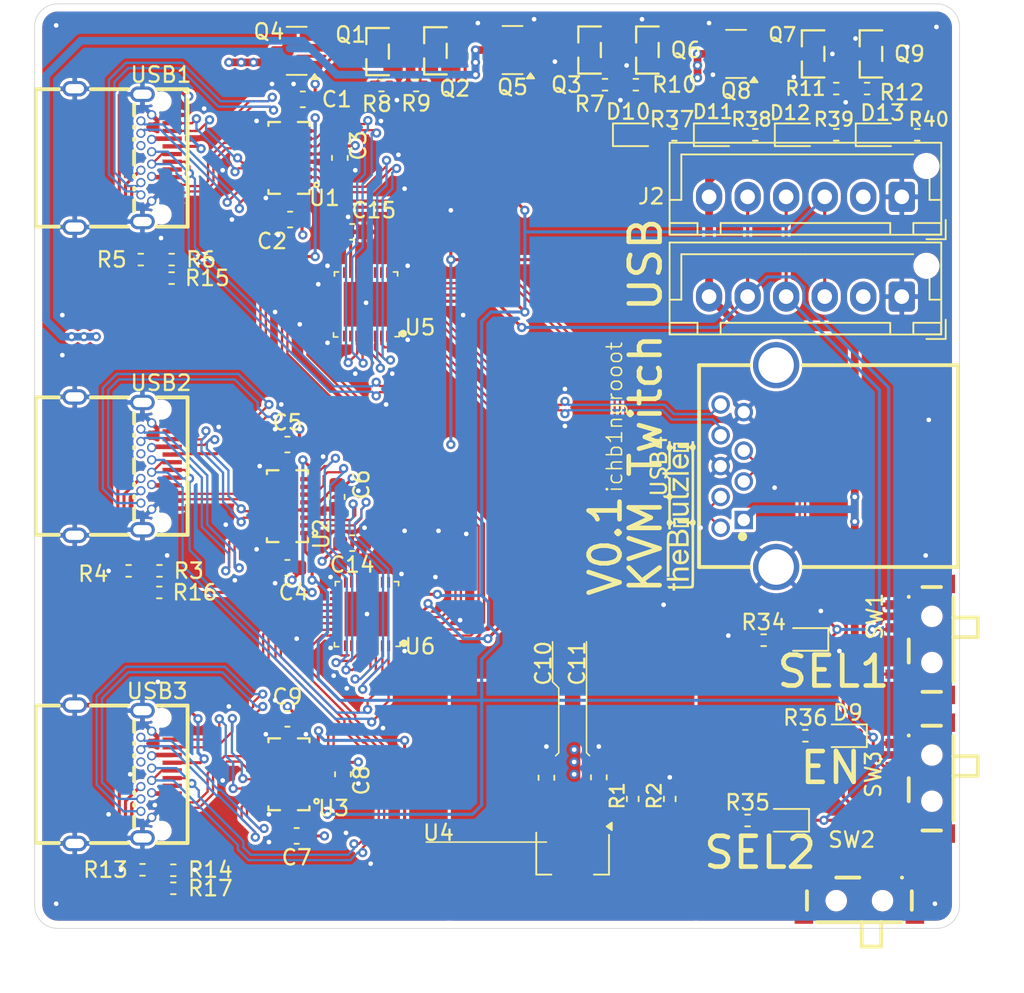
<source format=kicad_pcb>
(kicad_pcb (version 20241229) (generator "pcbnew") (generator_version "9.0")
  (layers (0 "F.Cu" signal) (4 "In1.Cu" signal) (6 "In2.Cu" signal) (2 "B.Cu" signal) (13 "F.Paste" user) (15 "B.Paste" user) (5 "F.SilkS" user "F.Silkscreen") (7 "B.SilkS" user "B.Silkscreen") (1 "F.Mask" user) (3 "B.Mask" user) (25 "Edge.Cuts" user))
  (net 0 "")
  (net 1 "+3V3")
  (net 2 "GND")
  (net 3 "Net-(Q5-G)")
  (net 4 "Net-(Q8-G)")
  (net 7 "Net-(Q3-B)")
  (net 9 "Net-(Q7-B)")
  (net 15 "/SEL_1")
  (net 16 "/SEL_2")
  (net 17 "/EN")
  (net 18 "/L1I+")
  (net 19 "/L2I-")
  (net 24 "/L0I-")
  (net 25 "/L2I+")
  (net 27 "/L1I-")
  (net 28 "/L0I+")
  (net 34 "/A_5V")
  (net 36 "/B_5V")
  (net 37 "/C_5V")
  (net 38 "Net-(U4-ADJ)")
  (net 40 "/B_CC1")
  (net 41 "/A_CC1")
  (net 42 "/C_CC1")
  (net 43 "/A_CC2")
  (net 44 "/B_CC2")
  (net 45 "/C_CC2")
  (net 48 "/A_IC_CC")
  (net 49 "/B_IC_CC")
  (net 50 "/C_IC_CC")
  (net 53 "Net-(D7-A)")
  (net 54 "Net-(D8-A)")
  (net 55 "Net-(D9-A)")
  (net 56 "Net-(D11-A)")
  (net 57 "Net-(D12-A)")
  (net 58 "Net-(D13-A)")
  (net 59 "Net-(D10-A)")
  (net 60 "+5V")
  (net 61 "/A2_SSRX+")
  (net 62 "/A1_SSRX+")
  (net 63 "/A_SSRX-")
  (net 64 "/A1_SSRX-")
  (net 65 "/A_SSTX+")
  (net 66 "/A1_SSTX+")
  (net 67 "/A2_SSRX-")
  (net 68 "/A_SSRX+")
  (net 69 "/A2_SSTX-")
  (net 70 "/A2_SSTX+")
  (net 71 "/A1_SSTX-")
  (net 72 "/A_SSTX-")
  (net 73 "/B_SSTX-")
  (net 74 "/B_SSTX+")
  (net 75 "/B1_SSRX-")
  (net 76 "/B1_SSTX+")
  (net 77 "/B_SSRX+")
  (net 78 "/B2_SSTX+")
  (net 79 "/B2_SSTX-")
  (net 80 "/B_SSRX-")
  (net 81 "/B2_SSRX-")
  (net 82 "/B1_SSRX+")
  (net 83 "/B1_SSTX-")
  (net 84 "/B2_SSRX+")
  (net 85 "/C2_SSTX-")
  (net 86 "/C_SSRX+")
  (net 87 "/C1_SSTX-")
  (net 88 "/C1_SSRX+")
  (net 89 "/C_SSRX-")
  (net 90 "/C_SSTX-")
  (net 91 "/C2_SSRX-")
  (net 92 "/C2_SSTX+")
  (net 93 "/C2_SSRX+")
  (net 94 "/C1_SSTX+")
  (net 95 "/C1_SSRX-")
  (net 96 "/C_SSTX+")
  (net 97 "/D-")
  (net 98 "/SSRX-")
  (net 99 "/D+")
  (net 100 "/SSRX+")
  (net 101 "/SSTX-")
  (net 102 "/SSTX+")
  (net 103 "/A_D+")
  (net 104 "/A_D-")
  (net 105 "/C_D+")
  (net 106 "/C_D-")
  (net 107 "/B_D-")
  (net 108 "/B_D+")
  (net 109 "Net-(Q1-B)")
  (net 110 "Net-(Q2-C)")
  (footprint "Capacitor_SMD:C_0603_1608Metric" (layer "F.Cu") (at 187.4 122.6)
    (property "Reference" "C5")
    (property "Value" "100n")
  )
  (footprint "Capacitor_SMD:C_0603_1608Metric" (layer "F.Cu") (at 207.6 144.2 90)
    (property "Reference" "C11")
    (property "Value" "10u")
  )
  (footprint "LED_SMD:LED_0603_1608Metric" (layer "F.Cu") (at 219.75 146.985 180)
    (property "Reference" "D8" (hide yes))
    (property "Value" "LED")
  )
  (footprint "Resistor_SMD:R_0402_1005Metric" (layer "F.Cu") (at 177.1 130.8 180)
    (property "Reference" "R4")
    (property "Value" "10K")
  )
  (footprint "easyeda2kicad:TYPE-C-SMD_TYPE-C-24P-QCHT" (layer "F.Cu") (at 176.765 104 -90)
    (property "Reference" "USB1")
    (property "Value" "HX TYPE-C 24P QCHT")
  )
  (footprint "Package_TO_SOT_SMD:SOT-23" (layer "F.Cu") (at 188 97.05 180)
    (property "Reference" "Q4")
    (property "Value" "Q_PMOS_GSD")
  )
  (footprint "easyeda2kicad:USB-3.0-A-TH_HC-ST-003-01-Z" (layer "F.Cu") (at 217.3 124 90)
    (property "Reference" "USB4")
    (property "Value" "USB3_A")
  )
  (footprint "theBrutzler:thebrutzler_10mm_mod" (layer "F.Cu") (at 212.8 127.2 90)
    (property "Reference" "G***" (hide yes))
    (property "Value" "LOGO" (hide yes))
  )
  (footprint "LED_SMD:LED_0603_1608Metric" (layer "F.Cu") (at 223.5 141.5 180)
    (property "Reference" "D9")
    (property "Value" "LED")
  )
  (footprint "easyeda2kicad:SOT-23-3_L2.9-W1.3-P1.90-LS2.4-BR" (layer "F.Cu") (at 193.25 97.1)
    (property "Reference" "Q1")
    (property "Value" "Q_PNP_BEC")
  )
  (footprint "Capacitor_SMD:C_0603_1608Metric" (layer "F.Cu") (at 191 144 90)
    (property "Reference" "C8")
    (property "Value" "100n")
  )
  (footprint "Resistor_SMD:R_0402_1005Metric" (layer "F.Cu") (at 210 99.25 180)
    (property "Reference" "R10")
    (property "Value" "10K")
  )
  (footprint "easyeda2kicad:TYPE-C-SMD_TYPE-C-24P-QCHT" (layer "F.Cu") (at 176.765 124 -90)
    (property "Reference" "USB2")
    (property "Value" "HX TYPE-C 24P QCHT")
  )
  (footprint "Connector_JST:JST_XH_B6B-XH-AM_1x06_P2.50mm_Vertical" (layer "F.Cu") (at 227.25 113 180)
    (property "Reference" "J1" (hide yes))
    (property "Value" "Conn_01x06_Pin")
  )
  (footprint "easyeda2kicad:SOT-23-3_L2.9-W1.3-P1.90-LS2.4-BR" (layer "F.Cu") (at 197 97.05)
    (property "Reference" "Q2")
    (property "Value" "Q_PNP_BEC")
  )
  (footprint "easyeda2kicad:VFQFN-20_L4.5-W2.5-P0.5-BL-EP" (layer "F.Cu") (at 187.5 144 90)
    (property "Reference" "U3")
    (property "Value" "CH482D")
  )
  (footprint "Resistor_SMD:R_0402_1005Metric" (layer "F.Cu") (at 193.5 99.3)
    (property "Reference" "R8")
    (property "Value" "10K")
  )
  (footprint "Capacitor_SMD:C_0603_1608Metric" (layer "F.Cu") (at 204.2 144.225 90)
    (property "Reference" "C10")
    (property "Value" "10u")
  )
  (footprint "Capacitor_SMD:C_0603_1608Metric" (layer "F.Cu") (at 191.6 129 180)
    (property "Reference" "C14")
    (property "Value" "10u")
  )
  (footprint "Capacitor_SMD:C_0603_1608Metric" (layer "F.Cu") (at 187.575 108)
    (property "Reference" "C2")
    (property "Value" "100n")
  )
  (footprint "Capacitor_SMD:C_0603_1608Metric" (layer "F.Cu") (at 188 148)
    (property "Reference" "C7")
    (property "Value" "100n")
  )
  (footprint "Resistor_SMD:R_0402_1005Metric" (layer "F.Cu") (at 212.2 145.6 90)
    (property "Reference" "R2")
    (property "Value" "10K")
  )
  (footprint "Resistor_SMD:R_0402_1005Metric" (layer "F.Cu") (at 208 99.25)
    (property "Reference" "R7")
    (property "Value" "10K")
  )
  (footprint "Resistor_SMD:R_0402_1005Metric" (layer "F.Cu") (at 180 151.4)
    (property "Reference" "R17")
    (property "Value" "0R")
  )
  (footprint "Capacitor_SMD:C_0603_1608Metric" (layer "F.Cu") (at 188.4 100.2)
    (property "Reference" "C1")
    (property "Value" "100n")
  )
  (footprint "Resistor_SMD:R_0402_1005Metric" (layer "F.Cu") (at 179.89 110.6)
    (property "Reference" "R6")
    (property "Value" "10K")
  )
  (footprint "Resistor_SMD:R_0402_1005Metric" (layer "F.Cu") (at 218.29 135.3)
    (property "Reference" "R34")
    (property "Value" "10K")
  )
  (footprint "Resistor_SMD:R_0402_1005Metric" (layer "F.Cu") (at 179.89 111.8)
    (property "Reference" "R15")
    (property "Value" "0R")
  )
  (footprint "easyeda2kicad:SW-TH_MSK12C02" (layer "F.Cu") (at 228.6525 135.25 90)
    (property "Reference" "SW1")
    (property "Value" "MSK12C02")
  )
  (footprint "easyeda2kicad:VFQFN-20_L4.5-W2.5-P0.5-BL-EP" (layer "F.Cu") (at 187.5 104 90)
    (property "Reference" "U1")
    (property "Value" "CH482D")
  )
  (footprint "Resistor_SMD:R_0402_1005Metric" (layer "F.Cu") (at 221 141.5)
    (property "Reference" "R36")
    (property "Value" "10K")
  )
  (footprint "Capacitor_SMD:C_0603_1608Metric" (layer "F.Cu") (at 190.8 104 90)
    (property "Reference" "C3")
    (property "Value" "100n")
  )
  (footprint "Resistor_SMD:R_0402_1005Metric" (layer "F.Cu") (at 217.25 147)
    (property "Reference" "R35")
    (property "Value" "10K")
  )
  (footprint "LED_SMD:LED_0603_1608Metric" (layer "F.Cu") (at 221 135.25 180)
    (property "Reference" "D7" (hide yes))
    (property "Value" "LED")
  )
  (footprint "Capacitor_SMD:C_0603_1608Metric" (layer "F.Cu") (at 187.4 130.6)
    (property "Reference" "C4")
    (property "Value" "100n")
  )
  (footprint "easyeda2kicad:SOT-23-3_L2.9-W1.3-P1.90-LS2.4-BR" (layer "F.Cu") (at 221.5 97.25)
    (property "Reference" "Q7")
    (property "Value" "Q_PNP_BEC")
  )
  (footprint "Resistor_SMD:R_0402_1005Metric" (layer "F.Cu") (at 179.1 130.8)
    (property "Reference" "R3")
    (property "Value" "10K")
  )
  (footprint "Resistor_SMD:R_0402_1005Metric" (layer "F.Cu") (at 178 150.2 180)
    (property "Reference" "R13")
    (property "Value" "10K")
  )
  (footprint "Resistor_SMD:R_0402_1005Metric" (layer "F.Cu") (at 180 150.23)
    (property "Reference" "R14")
    (property "Value" "10K")
  )
  (footprint "Capacitor_SMD:C_0603_1608Metric" (layer "F.Cu") (at 190.6 126 90)
    (property "Reference" "C6")
    (property "Value" "100n")
  )
  (footprint "easyeda2kicad:SOT-23-3_L2.9-W1.3-P1.90-LS2.4-BR" (layer "F.Cu") (at 210.75 97)
    (property "Reference" "Q6")
    (property "Value" "Q_PNP_BEC")
  )
  (footprint "Package_TO_SOT_SMD:SOT-23" (layer "F.Cu") (at 202 97 180)
    (property "Reference" "Q5")
    (property "Value" "Q_PMOS_GSD")
  )
  (footprint "Package_TO_SOT_SMD:SOT-23" (layer "F.Cu") (at 216.5 97.25 180)
    (property "Reference" "Q8")
    (property "Value" "Q_PMOS_GSD")
  )
  (footprint "Resistor_SMD:R_0402_1005Metric" (layer "F.Cu") (at 217.75 102.5 180)
    (property "Reference" "R38")
    (property "Value" "10K")
  )
  (footprint "easyeda2kicad:SOT-23-3_L2.9-W1.3-P1.90-LS2.4-BR" (layer "F.Cu") (at 207 97)
    (property "Reference" "Q3")
    (property "Value" "Q_PNP_BEC")
  )
  (footprint "easyeda2kicad:SW-TH_MSK12C02" (layer "F.Cu") (at 228.6525 144.25 90)
    (property "Reference" "SW3")
    (property "Value" "MSK12C02")
  )
  (footprint "LED_SMD:LED_0603_1608Metric" (layer "F.Cu") (at 210 102.5)
    (property "Reference" "D10")
    (property "Value" "LED")
  )
  (footprint "Resistor_SMD:R_0402_1005Metric" (layer "F.Cu") (at 195.75 99.3 180)
    (property "Reference" "R9")
    (property "Value" "10K")
  )
  (footprint "Resistor_SMD:R_0402_1005Metric" (layer "F.Cu") (at 228.25 102.5 180)
    (property "Reference" "R40")
    (property "Value" "10K")
  )
  (footprint "Connector_JST:JST_XH_B6B-XH-AM_1x06_P2.50mm_Vertical" (layer "F.Cu") (at 227.25 106.525 180)
    (property "Reference" "J2")
    (property "Value" "Conn_01x06_Pin")
  )
  (footprint "Resistor_SMD:R_0402_1005Metric" (layer "F.Cu") (at 179.09 132.2)
    (property "Reference" "R16")
    (property "Value" "0R")
  )
  (footprint "Package_TO_SOT_SMD:SOT-89-3" (layer "F.Cu") (at 205.9 149.15 -90)
    (property "Reference" "U4")
    (property "Value" "LM317L_SOT-89")
  )
  (footprint "easyeda2kicad:SW-TH_MSK12C02" (layer "F.Cu") (at 224.5 151.6525)
    (property "Reference" "SW2")
    (property "Value" "MSK12C02")
  )
  (footprint "Resistor_SMD:R_0402_1005Metric" (layer "F.Cu") (at 177.89 110.6 180)
    (property "Reference" "R5")
    (property "Value" "10K")
  )
  (footprint "easyeda2kicad:QFN-32_L4.0-W4.0-P0.40-TL-EP2.9" (layer "F.Cu") (at 192.56 133.6 180)
    (property "Reference" "U6")
    (property "Value" "FSW3820YQFN32G/TR")
  )
  (footprint "easyeda2kicad:TYPE-C-SMD_TYPE-C-24P-QCHT" (layer "F.Cu") (at 176.765 144 -90)
    (property "Reference" "USB3")
    (property "Value" "HX TYPE-C 24P QCHT")
  )
  (footprint "Resistor_SMD:R_0402_1005Metric" (layer "F.Cu") (at 225 99.5 180)
    (property "Reference" "R12")
    (property "Value" "10K")
  )
  (footprint "Resistor_SMD:R_0402_1005Metric" (layer "F.Cu") (at 223 102.5 180)
    (property "Reference" "R39")
    (property "Value" "10K")
  )
  (footprint "LED_SMD:LED_0603_1608Metric" (layer "F.Cu") (at 225.75 102.5)
    (property "Reference" "D13")
    (property "Value" "LED")
  )
  (footprint "easyeda2kicad:SOT-23-3_L2.9-W1.3-P1.90-LS2.4-BR" (layer "F.Cu") (at 225.25 97.25)
    (property "Reference" "Q9")
    (property "Value" "Q_PNP_BEC")
  )
  (footprint "Resistor_SMD:R_0402_1005Metric" (layer "F.Cu") (at 209.8 145.6 -90)
    (property "Reference" "R1")
    (property "Value" "8K")
  )
  (footprint "Resistor_SMD:R_0402_1005Metric" (layer "F.Cu") (at 212.5 102.5 180)
    (property "Reference" "R37")
    (property "Value" "10K")
  )
  (footprint "Resistor_SMD:R_0402_1005Metric" (layer "F.Cu") (at 223 99.5)
    (property "Reference" "R11")
    (property "Value" "10K")
  )
  (footprint "LED_SMD:LED_0603_1608Metric" (layer "F.Cu") (at 215.25 102.5)
    (property "Reference" "D11")
    (property "Value" "LED")
  )
  (footprint "LED_SMD:LED_0603_1608Metric" (layer "F.Cu") (at 220.5 102.5)
    (property "Reference" "D12")
    (property "Value" "LED")
  )
  (footprint "easyeda2kicad:QFN-32_L4.0-W4.0-P0.40-TL-EP2.9" (layer "F.Cu") (at 192.5 113.5 180)
    (property "Reference" "U5")
    (property "Value" "FSW3820YQFN32G/TR")
  )
  (footprint "Capacitor_SMD:C_0603_1608Metric" (layer "F.Cu") (at 187.4 140.4)
    (property "Reference" "C9")
    (property "Value" "100n")
  )
  (footprint "Capacitor_SMD:C_0603_1608Metric" (layer "F.Cu") (at 191.6 108.8 180)
    (property "Reference" "C15")
    (property "Value" "10u")
  )
  (footprint "easyeda2kicad:VFQFN-20_L4.5-W2.5-P0.5-BL-EP" (layer "F.Cu") (at 187.4 126.6 90)
    (property "Reference" "U2")
    (property "Value" "CH482D")
  )
  (gr_line (start 205 138.4) (end 204.6 138) (stroke (width 0.1)) (layer "F.SilkS"))
  (gr_line (start 204.2 148.4) (end 196.4 148.4) (stroke (width 0.1)) (layer "F.SilkS"))
  (gr_line (start 204.8 142.8) (end 205 142.6) (stroke (width 0.1)) (layer "F.SilkS"))
  (gr_line (start 205 142.6) (end 205 138.4) (stroke (width 0.1)) (layer "F.SilkS"))
  (gr_line (start 204.6 138) (end 204.6 135.4) (stroke (width 0.1)) (layer "F.SilkS"))
  (gr_line (start 207 142.8) (end 206.8 142.6) (stroke (width 0.1)) (layer "F.SilkS"))
  (gr_line (start 206.8 142.6) (end 206.8 135.4) (stroke (width 0.1)) (layer "F.SilkS"))
  (gr_line (start 172.5 154) (end 229.5 154) (stroke (width 0.05)) (layer "Edge.Cuts"))
  (gr_line (start 231 152.5) (end 231 95.5) (stroke (width 0.05)) (layer "Edge.Cuts"))
  (gr_arc (start 172.5 154) (mid 171.43934 153.56066) (end 171 152.5) (stroke (width 0.05)) (layer "Edge.Cuts"))
  (gr_arc (start 231 152.5) (mid 230.56066 153.56066) (end 229.5 154) (stroke (width 0.05)) (layer "Edge.Cuts"))
  (gr_line (start 171 152.5) (end 171 95.5) (stroke (width 0.05)) (layer "Edge.Cuts"))
  (gr_line (start 229.5 94) (end 172.5 94) (stroke (width 0.05)) (layer "Edge.Cuts"))
  (gr_arc (start 229.5 94) (mid 230.56066 94.43934) (end 231 95.5) (stroke (width 0.05)) (layer "Edge.Cuts"))
  (gr_arc (start 171 95.5) (mid 171.43934 94.43934) (end 172.5 94) (stroke (width 0.05)) (layer "Edge.Cuts"))
  (gr_text "SEL2\n" (at 214.25 150.25 0) (layer "F.SilkS") (effects (font (size 2 2) (thickness 0.3)) (justify left bottom)))
  (gr_text "SEL1" (at 219 138.5 0) (layer "F.SilkS") (effects (font (size 2 2) (thickness 0.3)) (justify left bottom)))
  (gr_text "ichb1ngrooot" (at 209.2 125.8 90) (layer "F.SilkS") (effects (font (size 1 1) (thickness 0.1)) (justify left bottom)))
  (gr_text "V0.1" (at 209.2 132.6 90) (layer "F.SilkS") (effects (font (size 2 2) (thickness 0.3)) (justify left bottom)))
  (gr_text "KVM Twitch USB\n" (at 211.8 132.4 90) (layer "F.SilkS") (effects (font (size 2 2) (thickness 0.3)) (justify left bottom)))
  (gr_text "EN" (at 220.5 144.75 0) (layer "F.SilkS") (effects (font (size 2 2) (thickness 0.3)) (justify left bottom)))
  (segment (start 190.6 125.225) (end 191.175 125.225) (width 0.2) (layer "F.Cu") (net 1))
  (segment (start 191.175 125.225) (end 191.6 124.8) (width 0.2) (layer "F.Cu") (net 1))
  (segment (start 187.65 124.44) (end 187.65 123.125) (width 0.2) (layer "F.Cu") (net 1))
  (segment (start 187.75 101.84) (end 187.75 101.25) (width 0.2) (layer "F.Cu") (net 1))
  (segment (start 190.475 143.75) (end 191 143.225) (width 0.2) (layer "F.Cu") (net 1))
  (segment (start 187.75 140.825) (end 188.175 140.4) (width 0.2) (layer "F.Cu") (net 1))
  (segment (start 187.75 106.16) (end 187.75 107.4) (width 0.2) (layer "F.Cu") (net 1))
  (segment (start 188.175 130.6) (end 188.175 130.921824) (width 0.2) (layer "F.Cu") (net 1))
  (segment (start 188.35 108) (end 188.35 108.95) (width 0.2) (layer "F.Cu") (net 1))
  (segment (start 189.45 103.75) (end 189.975 103.225) (width 0.2) (layer "F.Cu") (net 1))
  (segment (start 187.75 141.84) (end 187.75 140.825) (width 0.2) (layer "F.Cu") (net 1))
  (segment (start 190.8 103.225) (end 191.775 103.225) (width 0.2) (layer "F.Cu") (net 1))
  (segment (start 207.715 145.09) (end 207.6 144.975) (width 0.5) (layer "F.Cu") (net 1))
  (segment (start 189.2 100.175) (end 189.2 99.2) (width 0.2) (layer "F.Cu") (net 1))
  (segment (start 189.975 103.225) (end 190.8 103.225) (width 0.2) (layer "F.Cu") (net 1))
  (segment (start 187.65 123.125) (end 188.175 122.6) (width 0.2) (layer "F.Cu") (net 1))
  (segment (start 188 101) (end 188.375 101) (width 0.2) (layer "F.Cu") (net 1))
  (segment (start 188.175 140.4) (end 188.175 140.375) (width 0.2) (layer "F.Cu") (net 1))
  (segment (start 191.975 143.225) (end 192 143.2) (width 0.2) (layer "F.Cu") (net 1))
  (segment (start 205.9 147.2875) (end 205.9 144.975) (width 0.5) (layer "F.Cu") (net 1))
  (segment (start 187.75 107.4) (end 188.35 108) (width 0.2) (layer "F.Cu") (net 1))
  (segment (start 188.35 108.95) (end 188.4 109) (width 0.2) (layer "F.Cu") (net 1))
  (segment (start 188.175 122.6) (end 188.175 121.625) (width 0.2) (layer "F.Cu") (net 1))
  (segment (start 209.8 145.09) (end 207.715 145.09) (width 0.5) (layer "F.Cu") (net 1))
  (segment (start 188.175 130.921824) (end 187.7 131.396824) (width 0.2) (layer "F.Cu") (net 1))
  (segment (start 191 143.225) (end 191.975 143.225) (width 0.2) (layer "F.Cu") (net 1))
  (segment (start 187.75 146.16) (end 187.75 146.975) (width 0.2) (layer "F.Cu") (net 1))
  (segment (start 188.775 148) (end 189.8 148) (width 0.2) (layer "F.Cu") (net 1))
  (segment (start 188.66 143.75) (end 190.475 143.75) (width 0.2) (layer "F.Cu") (net 1))
  (segment (start 187.75 146.975) (end 188.775 148) (width 0.2) (layer "F.Cu") (net 1))
  (segment (start 188.175 140.375) (end 187.4 139.6) (width 0.2) (layer "F.Cu") (net 1))
  (segment (start 187.65 128.76) (end 187.65 130.075) (width 0.2) (layer "F.Cu") (net 1))
  (segment (start 188.175 121.625) (end 188.2 121.6) (width 0.2) (layer "F.Cu") (net 1))
  (segment (start 187.75 101.25) (end 188 101) (width 0.2) (layer "F.Cu") (net 1))
  (segment (start 188.66 103.75) (end 189.45 103.75) (width 0.2) (layer "F.Cu") (net 1))
  (segment (start 191.775 103.225) (end 191.8 103.2) (width 0.2) (layer "F.Cu") (net 1))
  (segment (start 188.56 126.35) (end 189.475 126.35) (width 0.2) (layer "F.Cu") (net 1))
  (segment (start 205.9 144.975) (end 207.6 144.975) (width 0.5) (layer "F.Cu") (net 1))
  (segment (start 187.65 130.075) (end 188.175 130.6) (width 0.2) (layer "F.Cu") (net 1))
  (segment (start 189.175 100.2) (end 189.2 100.175) (width 0.2) (layer "F.Cu") (net 1))
  (segment (start 188.375 101) (end 189.175 100.2) (width 0.2) (layer "F.Cu") (net 1))
  (segment (start 189.475 126.35) (end 190.6 125.225) (width 0.2) (layer "F.Cu") (net 1))
  (via (at 206 142.4) (size 0.6) (drill 0.3) (layers "F.Cu" "B.Cu") (net 1))
  (via (at 187.4 139.6) (size 0.6) (drill 0.3) (layers "F.Cu" "B.Cu") (net 1))
  (via (at 192 143.2) (size 0.6) (drill 0.3) (layers "F.Cu" "B.Cu") (net 1))
  (via (at 187.7 131.396824) (size 0.6) (drill 0.3) (layers "F.Cu" "B.Cu") (net 1))
  (via (at 189.8 148) (size 0.6) (drill 0.3) (layers "F.Cu" "B.Cu") (net 1))
  (via (at 206 144) (size 0.6) (drill 0.3) (layers "F.Cu" "B.Cu") (net 1))
  (via (at 188.4 109) (size 0.6) (drill 0.3) (layers "F.Cu" "B.Cu") (net 1))
  (via (at 191.6 124.8) (size 0.6) (drill 0.3) (layers "F.Cu" "B.Cu") (net 1))
  (via (at 189.2 99.2) (size 0.6) (drill 0.3) (layers "F.Cu" "B.Cu") (net 1))
  (via (at 191.8 103.2) (size 0.6) (drill 0.3) (layers "F.Cu" "B.Cu") (net 1))
  (via (at 206 143.2) (size 0.6) (drill 0.3) (layers "F.Cu" "B.Cu") (net 1))
  (via (at 188.2 121.6) (size 0.6) (drill 0.3) (layers "F.Cu" "B.Cu") (net 1))
  (segment (start 187.25 100.575) (end 187.625 100.2) (width 0.2) (layer "F.Cu") (net 2))
  (segment (start 190.6 126.775) (end 191 126.375) (width 0.2) (layer "F.Cu") (net 2))
  (segment (start 187.25 104.25) (end 187.25 106.16) (width 0.2) (layer "F.Cu") (net 2))
  (segment (start 190.8 104.775) (end 191.775 104.775) (width 0.2) (layer "F.Cu") (net 2))
  (segment (start 223.51 100.29076) (end 223.60962 100.39038) (width 0.2) (layer "F.Cu") (net 2))
  (segment (start 187.25 101.84) (end 187.25 100.575) (width 0.2) (layer "F.Cu") (net 2))
  (segment (start 187.5 144) (end 187.75 144.25) (width 0.2) (layer "F.Cu") (net 2))
  (segment (start 187.25 103.75) (end 187.25 101.84) (width 0.2) (layer "F.Cu") (net 2))
  (segment (start 190.275 104.25) (end 190.8 104.775) (width 0.2) (layer "F.Cu") (net 2))
  (segment (start 181.37 150.23) (end 181.4 150.2) (width 0.2) (layer "F.Cu") (net 2))
  (segment (start 186.625 139.225) (end 186.6 139.2) (width 0.2) (layer "F.Cu") (net 2))
  (segment (start 212.2 145.09) (end 212.2 144.2) (width 0.5) (layer "F.Cu") (net 2))
  (segment (start 187.15 123.125) (end 186.625 122.6) (width 0.2) (layer "F.Cu") (net 2))
  (segment (start 208.51 99.76) (end 209 100.25) (width 0.2) (layer "F.Cu") (net 2))
  (segment (start 187.15 126.85) (end 187.15 128.76) (width 0.2) (layer "F.Cu") (net 2))
  (segment (start 192.375 108.775) (end 191.427389 107.827389) (width 0.2) (layer "F.Cu") (net 2))
  (segment (start 194.01 99.3) (end 194.01 99.76) (width 0.2) (layer "F.Cu") (net 2))
  (segment (start 192.4 113.4) (end 192.500001 113.4) (width 0.2) (layer "F.Cu") (net 2))
  (segment (start 187.4 126.6) (end 187.65 126.85) (width 0.2) (layer "F.Cu") (net 2))
  (segment (start 187.25 141.84) (end 187.25 141.025) (width 0.2) (layer "F.Cu") (net 2))
  (segment (start 187.15 124.44) (end 187.15 123.125) (width 0.2) (layer "F.Cu") (net 2))
  (segment (start 186.625 140.4) (end 186.625 139.225) (width 0.2) (layer "F.Cu") (net 2))
  (segment (start 180.51 150.23) (end 181.37 150.23) (width 0.2) (layer "F.Cu") (net 2))
  (segment (start 223.51 99.5) (end 224.49 99.5) (width 0.2) (layer "F.Cu") (net 2))
  (segment (start 176.59 130.8) (end 175.8 130.8) (width 0.2) (layer "F.Cu") (net 2))
  (segment (start 187.5 104) (end 187.75 104.25) (width 0.2) (layer "F.Cu") (net 2))
  (segment (start 187.4 126.6) (end 187.15 126.85) (width 0.2) (layer "F.Cu") (net 2))
  (segment (start 191.96 131.54) (end 191.96 129.415) (width 0.2) (layer "F.Cu") (net 2))
  (segment (start 191 126.05011) (end 191.45011 125.6) (width 0.2) (layer "F.Cu") (net 2))
  (segment (start 223.51 99.5) (end 223.51 100.29076) (width 0.2) (layer "F.Cu") (net 2))
  (segment (start 209.49 99.25) (end 208.51 99.25) (width 0.2) (layer "F.Cu") (net 2))
  (segment (start 187.15 128.76) (end 187.15 130.075) (width 0.2) (layer "F.Cu") (net 2))
  (segment (start 192.500001 113.4) (end 192.500001 113.499999) (width 0.2) (layer "F.Cu") (net 2))
  (segment (start 186.625 121.625) (end 186.6 121.6) (width 0.2) (layer "F.Cu") (net 2))
  (segment (start 191.775 104.775) (end 191.8 104.8) (width 0.2) (layer "F.Cu") (net 2))
  (segment (start 207.6 143.425) (end 207.6 142.2) (width 0.5) (layer "F.Cu") (net 2))
  (segment (start 187.75 104.25) (end 188.66 104.25) (width 0.2) (layer "F.Cu") (net 2))
  (segment (start 192.500001 113.499999) (end 192.5 113.5) (width 0.2) (layer "F.Cu") (net 2))
  (segment (start 187.5 104) (end 187.25 104.25) (width 0.2) (layer "F.Cu") (net 2))
  (segment (start 191.825 144.775) (end 192 144.6) (width 0.2) (layer "F.Cu") (net 2))
  (segment (start 187.25 106.16) (end 187.25 107.55) (width 0.2) (layer "F.Cu") (net 2))
  (segment (start 191.45011 125.6) (end 192 125.6) (width 0.2) (layer "F.Cu") (net 2))
  (segment (start 187.15 130.075) (end 186.625 130.6) (width 0.2) (layer "F.Cu") (net 2))
  (segment (start 177.49 150.2) (end 176.6 150.2) (width 0.2) (layer "F.Cu") (net 2))
  (segment (start 187.65 126.85) (end 188.56 126.85) (width 0.2) (layer "F.Cu") (net 2))
  (segment (start 187.75 144.25) (end 188.66 144.25) (width 0.2) (layer "F.Cu") (net 2))
  (segment (start 186.625 122.6) (end 186.625 121.625) (width 0.2) (layer "F.Cu") (net 2))
  (segment (start 191 144.775) (end 191.825 144.775) (width 0.2) (layer "F.Cu") (net 2))
  (segment (start 194.01 99.76) (end 194.5 100.25) (width 0.2) (layer "F.Cu") (net 2))
  (segment (start 204.2 143.45) (end 204.2 142.2) (width 0.5) (layer "F.Cu") (net 2))
  (segment (start 191.9 109.275) (end 192.375 108.8) (width 0.2) (layer "F.Cu") (net 2))
  (segment (start 187.25 147.975) (end 187.225 148) (width 0.2) (layer "F.Cu") (net 2))
  (segment (start 187.625 100.2) (end 187.8 100.025) (width 0.2) (layer "F.Cu") (net 2))
  (segment (start 191.9 111.44) (end 191.9 112.9) (width 0.2) (layer "F.Cu") (net 2))
  (segment (start 186.625 130.6) (end 186.625 131.575) (width 0.2) (layer "F.Cu") (net 2))
  (segment (start 208.51 99.25) (end 208.51 99.76) (width 0.2) (layer "F.Cu") (net 2))
  (segment (start 187.25 141.025) (end 186.625 140.4) (width 0.2) (layer "F.Cu") (net 2))
  (segment (start 186.625 131.575) (end 186.6 131.6) (width 0.2) (layer "F.Cu") (net 2))
  (segment (start 179.61 130.8) (end 179.61 129.81) (width 0.2) (layer "F.Cu") (net 2))
  (segment (start 188.66 104.25) (end 190.275 104.25) (width 0.2) (layer "F.Cu") (net 2))
  (segment (start 191.427389 107.827389) (end 191.335639 107.827389) (width 0.2) (layer "F.Cu") (net 2))
  (segment (start 187.8 100.025) (end 187.8 99.2) (width 0.2) (layer "F.Cu") (net 2))
  (segment (start 187.225 148) (end 186.6 148) (width 0.2) (layer "F.Cu") (net 2))
  (segment (start 187.25 146.16) (end 187.25 147.975) (width 0.2) (layer "F.Cu") (net 2))
  (segment (start 187.4 126.6) (end 187.15 126.35) (width 0.2) (layer "F.Cu") (net 2))
  (segment (start 191.96 129.415) (end 192.375 129) (width 0.2) (layer "F.Cu") (net 2))
  (segment (start 187.5 104) (end 187.25 103.75) (width 0.2) (layer "F.Cu") (net 2))
  (segment (start 191.96 131.54) (end 191.96 133) (width 0.2) (layer "F.Cu") (net 2))
  (segment (start 187.5 144) (end 187.25 143.75) (width 0.2) (layer "F.Cu") (net 2))
  (segment (start 191 126.375) (end 191 126.05011) (width 0.2) (layer "F.Cu") (net 2))
  (segment (start 191.96 133) (end 192.56 133.6) (width 0.2) (layer "F.Cu") (net 2))
  (segment (start 192.375 108.8) (end 192.375 108.775) (width 0.2) (layer "F.Cu") (net 2))
  (segment (start 187.25 144.25) (end 187.25 146.16) (width 0.2) (layer "F.Cu") (net 2))
  (segment (start 188.56 126.85) (end 190.525 126.85) (width 0.2) (layer "F.Cu") (net 2))
  (segment (start 190.475 144.25) (end 191 144.775) (width 0.2) (layer "F.Cu") (net 2))
  (segment (start 187.25 143.75) (end 187.25 141.84) (width 0.2) (layer "F.Cu") (net 2))
  (segment (start 188.66 144.25) (end 190.475 144.25) (width 0.2) (layer "F.Cu") (net 2))
  (segment (start 192.375 128.025) (end 192.4 128) (width 0.2) (layer "F.Cu") (net 2))
  (segment (start 187.15 126.35) (end 187.15 124.44) (width 0.2) (layer "F.Cu") (net 2))
  (segment (start 194.01 99.3) (end 195.24 99.3) (width 0.2) (layer "F.Cu") (net 2))
  (segment (start 187.5 144) (end 187.25 144.25) (width 0.2) (layer "F.Cu") (net 2))
  (segment (start 186.8 108) (end 186.8 109) (width 0.2) (layer "F.Cu") (net 2))
  (segment (start 187.25 107.55) (end 186.8 108) (width 0.2) (layer "F.Cu") (net 2))
  (segment (start 186.6 148) (end 186.2 148.4) (width 0.2) (layer "F.Cu") (net 2))
  (segment (start 191.9 112.9) (end 192.4 113.4) (width 0.2) (layer "F.Cu") (net 2))
  (segment (start 191.9 111.44) (end 191.9 109.275) (width 0.2) (layer "F.Cu") (net 2))
  (segment (start 179.61 129.81) (end 179.6 129.8) (width 0.2) (layer "F.Cu") (net 2))
  (segment (start 192.375 129) (end 192.375 128.025) (width 0.2) (layer "F.Cu") (net 2))
  (segment (start 190.525 126.85) (end 190.6 126.775) (width 0.2) (layer "F.Cu") (net 2))
  (via (at 190.2 131.2) (size 0.6) (drill 0.3) (layers "F.Cu" "B.Cu") (net 2))
  (via (at 204.75 97.75) (size 0.6) (drill 0.3) (layers "F.Cu" "B.Cu") (net 2))
  (via (at 195 106) (size 0.6) (drill 0.3) (layers "F.Cu" "B.Cu") (net 2))
  (via (at 183.4 127.8) (size 0.6) (drill 0.3) (layers "F.Cu" "B.Cu") (net 2))
  (via (at 205.4 121.4) (size 0.6) (drill 0.3) (layers "F.Cu" "B.Cu") (net 2))
  (via (at 182.94038 121.45962) (size 0.6) (drill 0.3) (layers "F.Cu" "B.Cu") (net 2))
  (via (at 178.8 146) (size 0.6) (drill 0.3) (layers "F.Cu" "B.Cu") (net 2))
  (via (at 214.2 128) (size 0.6) (drill 0.3) (layers "F.Cu" "B.Cu") (net 2))
  (via (at 210.4 95) (size 0.6) (drill 0.3) (layers "F.Cu" "B.Cu") (net 2))
  (via (at 177.2 144) (size 0.6) (drill 0.3) (layers "F.Cu" "B.Cu") (net 2))
  (via (at 214.75 95.25) (size 0.6) (drill 0.3) (layers "F.Cu" "B.Cu") (net 2))
  (via (at 190.2 135.8) (size 0.6) (drill 0.3) (layers "F.Cu" "B.Cu") (net 2))
  (via (at 186 141.4) (size 0.6) (drill 0.3) (layers "F.Cu" "B.Cu") (net 2))
  (via (at 183.2 104.8) (size 0.6) (drill 0.3) (layers "F.Cu" "B.Cu") (net 2))
  (via (at 228.8 129.8) (size 0.6) (drill 0.3) (layers "F.Cu" "B.Cu") (net 2))
  (via (at 227.6 96.8) (size 0.6) (drill 0.3) (layers "F.Cu" "B.Cu") (net 2))
  (via (at 186.6 121.6) (size 0.6) (drill 0.3) (layers "F.Cu" "B.Cu") (net 2))
  (via (at 176.6 150.2) (size 0.6) (drill 0.3) (layers "F.Cu" "B.Cu") (net 2))
  (via (at 199.75 95.25) (size 0.6) (drill 0.3) (layers "F.Cu" "B.Cu") (net 2))
  (via (at 179.6 129.8) (size 0.6) (drill 0.3) (layers "F.Cu" "B.Cu") (net 2))
  (via (at 175.8 130.8) (size 0.6) (drill 0.3) (layers "F.Cu" "B.Cu") (net 2))
  (via (at 195.2 111) (size 0.6) (drill 0.3) (layers "F.Cu" "B.Cu") (net 2))
  (via (at 229.5 95.5) (size 0.6) (drill 0.3) (layers "F.Cu" "B.Cu") (net 2))
  (via (at 199 128.4) (size 0.6) (drill 0.3) (layers "F.Cu" "B.Cu") (net 2))
  (via (at 181.4 150.2) (size 0.6) (drill 0.3) (layers "F.Cu" "B.Cu") (net 2))
  (via (at 220.25 98.75) (size 0.6) (drill 0.3) (layers "F.Cu" "B.Cu") (net 2))
  (via (at 187.8 99.2) (size 0.6) (drill 0.3) (layers "F.Cu" "B.Cu") (net 2))
  (via (at 207.6 142.2) (size 0.6) (drill 0.3) (layers "F.Cu" "B.Cu") (net 2))
  (via (at 205.4 119) (size 0.6) (drill 0.3) (layers "F.Cu" "B.Cu") (net 2))
  (via (at 219 125.4) (size 0.6) (drill 0.3) (layers "F.Cu" "B.Cu") (net 2))
  (via (at 192 125.6) (size 0.6) (drill 0.3) (layers "F.Cu" "B.Cu") (net 2))
  (via (at 189.4 112.2) (size 0.6) (drill 0.3) (layers "F.Cu" "B.Cu") (net 2))
  (via (at 194.8 131) (size 0.6) (drill 0.3) (layers "F.Cu" "B.Cu") (net 2))
  (via (at 194.6 103.8) (size 0.6) (drill 0.3) (layers "F.Cu" "B.Cu") (net 2))
  (via (at 193.466726 101.602131) (size 0.6) (drill 0.3) (layers "F.Cu" "B.Cu") (net 2))
  (via (at 222.75 97.25) (size 0.6) (drill 0.3) (layers "F.Cu" "B.Cu") (net 2))
  (via (at 183.6 139.6) (size 0.6) (drill 0.3) (layers "F.Cu" "B.Cu") (net 2))
  (via (at 193.8 120) (size 0.6) (drill 0.3) (layers "F.Cu" "B.Cu") (net 2))
  (via (at 191.2 147.8) (size 0.6) (drill 0.3) (layers "F.Cu" "B.Cu") (net 2))
  (via (at 192.4 128) (size 0.6) (drill 0.3) (layers "F.Cu" "B.Cu") (net 2))
  (via (at 188.2 114.8) (size 0.6) (drill 0.3) (layers "F.Cu" "B.Cu") (net 2))
  (via (at 224.25 96.25) (size 0.6) (drill 0.3) (layers "F.Cu" "B.Cu") (net 2))
  (via (at 198.6 134) (size 0.6) (drill 0.3) (layers "F.Cu" "B.Cu") (net 2))
  (via (at 183.2 144.4) (size 0.6) (drill 0.3) (layers "F.Cu" "B.Cu") (net 2))
  (via (at 175.8 146.6) (size 0.6) (drill 0.3) (layers "F.Cu" "B.Cu") (net 2))
  (via (at 198.8 114.2) (size 0.6) (drill 0.3) (layers "F.Cu" "B.Cu") (net 2))
  (via (at 185.6 124) (size 0.6) (drill 0.3) (layers "F.Cu" "B.Cu") (net 2))
  (via (at 185.4 101.6) (size 0.6) (drill 0.3) (layers "F.Cu" "B.Cu") (net 2))
  (via (at 186.8 109) (size 0.6) (drill 0.3) (layers "F.Cu" "B.Cu") (net 2))
  (via (at 186.6 131.6) (size 0.6) (drill 0.3) (layers "F.Cu" "B.Cu") (net 2))
  (via (at 195 128.2) (size 0.6) (drill 0.3) (layers "F.Cu" "B.Cu") (net 2))
  (via (at 186.2 146.6) (size 0.6) (drill 0.3) (layers "F.Cu" "B.Cu") (net 2))
  (via (at 188.6 141.4) (size 0.6) (drill 0.3) (layers "F.Cu" "B.Cu") (net 2))
  (via (at 223.2 136) (size 0.6) (drill 0.3) (layers "F.Cu" "B.Cu") (net 2))
  (via (at 191.335639 107.827389) (size 0.6) (drill 0.3) (layers "F.Cu" "B.Cu") (net 2))
  (via (at 212.2 144.2) (size 0.6) (drill 0.3) (layers "F.Cu" "B.Cu") (net 2))
  (via (at 172.4 95.4) (size 0.6) (drill 0.3) (layers "F.Cu" "B.Cu") (net 2))
  (via (at 186.6 139.2) (size 0.6) (drill 0.3) (layers "F.Cu" "B.Cu") (net 2))
  (via (at 193.6 141) (size 0.6) (drill 0.3) (layers "F.Cu" "B.Cu") (net 2))
  (via (at 185.4 129.4) (size 0.6) (drill 0.3) (layers "F.Cu" "B.Cu") (net 2))
  (via (at 186.4 99.2) (size 0.6) (drill 0.3) (layers "F.Cu" "B.Cu") (net 2))
  (via (at 209.4 98) (size 0.6) (drill 0.3) (layers "F.Cu" "B.Cu") (net 2))
  (via (at 182 100.8) (size 0.6) (drill 0.3) (layers "F.Cu" "B.Cu") (net 2))
  (via (at 195 136) (size 0.6) (drill 0.3) (layers "F.Cu" "B.Cu") (net 2))
  (via (at 223.60962 100.39038) (size 0.6) (drill 0.3) (layers "F.Cu" "B.Cu") (net 2))
  (via (at 183.989429 131.410571) (size 0.6) (drill 0.3) (layers "F.Cu" "B.Cu") (net 2))
  (via (at 172.4 152.4) (size 0.6) (drill 0.3) (layers "F.Cu" "B.Cu") (net 2))
  (via (at 191.8 104.8) (size 0.6) (drill 0.3) (layers "F.Cu" "B.Cu") (net 2))
  (via (at 186.6 114) (size 0.6) (drill 0.3) (layers "F.Cu" "B.Cu") (net 2))
  (via (at 216 135) (size 0.6) (drill 0.3) (layers "F.Cu" "B.Cu") (net 2))
  (via (at 188 135.2) (size 0.6) (drill 0.3) (layers "F.Cu" "B.Cu") (net 2))
  (via (at 192.8 149.8) (size 0.6) (drill 0.3) (layers "F.Cu" "B.Cu") (net 2))
  (via (at 192 144.6) (size 0.6) (drill 0.3) (layers "F.Cu" "B.Cu") (net 2))
  (via (at 179.2 109.2) (size 0.6) (drill 0.3) (layers "F.Cu" "B.Cu") (net 2))
  (via (at 189.713932 123.384186) (size 0.6) (drill 0.3) (layers "F.Cu" "B.Cu") (net 2))
  (via (at 197 131.2) (size 0.6) (drill 0.3) (layers "F.Cu" "B.Cu") (net 2))
  (via (at 191.8 118) (size 0.6) (drill 0.3) (layers "F.Cu" "B.Cu") (net 2))
  (via (at 229.4 152.4) (size 0.6) (drill 0.3) (layers "F.Cu" "B.Cu") (net 2))
  (via (at 190 116) (size 0.6) (drill 0.3) (layers "F.Cu" "B.Cu") (net 2))
  (via (at 215 98.6) (size 0.6) (drill 0.3) (layers "F.Cu" "B.Cu") (net 2))
  (via (at 222 133.4) (size 0.6) (drill 0.3) (layers "F.Cu" "B.Cu") (net 2))
  (via (at 191.251338 138.425881) (size 0.6) (drill 0.3) (layers "F.Cu" "B.Cu") (net 2))
  (via (at 190.4 137.6) (size 0.6) (drill 0.3) (layers "F.Cu" "B.Cu") (net 2))
  (via (at 194.2 118) (size 0.6) (drill 0.3) (layers "F.Cu" "B.Cu") (net 2))
  (via (at 192.500001 113.4) (size 0.6) (drill 0.3) (layers "F.Cu" "B.Cu") (net 2))
  (via (at 209 100.25) (size 0.6) (drill 0.3) (layers "F.Cu" "B.Cu") (net 2))
  (via (at 172.8 114.2) (size 0.6) (drill 0.3) (layers "F.Cu" "B.Cu") (net 2))
  (via (at 187 120) (size 0.6) (drill 0.3) (layers "F.Cu" "B.Cu") (net 2))
  (via (at 197.2 128.2) (size 0.6) (drill 0.3) (layers "F.Cu" "B.Cu") (net 2))
  (via (at 172.8 116.8) (size 0.6) (drill 0.3) (layers "F.Cu" "B.Cu") (net 2))
  (via (at 192.56 133.6) (size 0.6) (drill 0.3) (layers "F.Cu" "B.Cu") (net 2))
  (via (at 186.2 148.4) (size 0.6) (drill 0.3) (layers "F.Cu" "B.Cu") (net 2))
  (via (at 203.4 95) (size 0.6) (drill 0.3) (layers "F.Cu" "B.Cu") (net 2))
  (via (at 190 111) (size 0.6) (drill 0.3) (layers "F.Cu" "B.Cu") (net 2))
  (via (at 183.8 108) (size 0.6) (drill 0.3) (layers "F.Cu" "B.Cu") (net 2))
  (via (at 194.5 100.25) (size 0.6) (drill 0.3) (layers "F.Cu" "B.Cu") (net 2))
  (via (at 204.2 142.2) (size 0.6) (drill 0.3) (layers "F.Cu" "B.Cu") (net 2))
  (via (at 198 107.4) (size 0.6) (drill 0.3) (layers "F.Cu" "B.Cu") (net 2))
  (via (at 195.2 115.8) (size 0.6) (drill 0.3) (layers "F.Cu" "B.Cu") (net 2))
  (via (at 186 106.6) (size 0.6) (drill 0.3) (layers "F.Cu" "B.Cu") (net 2))
  (via (at 179 138) (size 0.6) (drill 0.3) (layers "F.Cu" "B.Cu") (net 2))
  (via (at 211.8 133) (size 0.6) (drill 0.3) (layers "F.Cu" "B.Cu") (net 2))
  (via (at 229 121) (size 0.6) (drill 0.3) (layers "F.Cu" "B.Cu") (net 2))
  (segment (start 207.248584 96.75) (end 209.5 96.75) (width 0.2) (layer "F.Cu") (net 3))
  (segment (start 209.5 96.75) (end 209.75 97) (width 0.2) (layer "F.Cu") (net 3))
  (segment (start 210.75 97.25) (end 210.75 99.01) (width 0.2) (layer "F.Cu") (net 3))
  (segment (start 202.9375 97.95) (end 203.474414 97.95) (width 0.2) (layer "F.Cu") (net 3))
  (segment (start 206.847584 96.349) (end 207.248584 96.75) (width 0.2) (layer "F.Cu") (net 3))
  (segment (start 210.5 97) (end 210.75 97.25) (width 0.2) (layer "F.Cu") (net 3))
  (segment (start 203.474414 97.95) (end 205.075414 96.349) (width 0.2) (layer "F.Cu") (net 3))
  (segment (start 209.75 97) (end 210.5 97) (width 0.2) (layer "F.Cu") (net 3))
  (segment (start 205.075414 96.349) (end 206.847584 96.349) (width 0.2) (layer "F.Cu") (net 3))
  (segment (start 210.75 99.01) (end 210.51 99.25) (width 0.2) (layer "F.Cu") (net 3))
  (segment (start 223.3 101) (end 223.919239 101) (width 0.2) (layer "F.Cu") (net 4))
  (segment (start 224.798239 100.121) (end 225.5 100.121) (width 0.2) (layer "F.Cu") (net 4))
  (segment (start 218.721 100.121) (end 222.421 100.121) (width 0.2) (layer "F.Cu") (net 4))
  (segment (start 227.176 97.549) (end 227.027 97.4) (width 0.2) (layer "F.Cu") (net 4))
  (segment (start 217.9 99.3) (end 218.721 100.121) (width 0.2) (layer "F.Cu") (net 4))
  (segment (start 217.9 98.3) (end 217.9 99.3) (width 0.2) (layer "F.Cu") (net 4))
  (segment (start 224.4 97.4) (end 224.25 97.25) (width 0.2) (layer "F.Cu") (net 4))
  (segment (start 225.51 99.5) (end 225.51 100.111) (width 0.2) (layer "F.Cu") (net 4))
  (segment (start 227.176 98.851) (end 227.176 97.549) (width 0.2) (layer "F.Cu") (net 4))
  (segment (start 222.421 100.121) (end 223.3 101) (width 0.2) (layer "F.Cu") (net 4))
  (segment (start 225.906 100.121) (end 227.176 98.851) (width 0.2) (layer "F.Cu") (net 4))
  (segment (start 217.4375 98.2) (end 217.8 98.2) (width 0.2) (layer "F.Cu") (net 4))
  (segment (start 225.5 100.121) (end 225.906 100.121) (width 0.2) (layer "F.Cu") (net 4))
  (segment (start 225.51 100.111) (end 225.5 100.121) (width 0.2) (layer "F.Cu") (net 4))
  (segment (start 217.8 98.2) (end 217.9 98.3) (width 0.2) (layer "F.Cu") (net 4))
  (segment (start 227.027 97.4) (end 224.4 97.4) (width 0.2) (layer "F.Cu") (net 4))
  (segment (start 223.919239 101) (end 224.798239 100.121) (width 0.2) (layer "F.Cu") (net 4))
  (segment (start 210.20034 100.5) (end 209.669239 100.5) (width 0.2) (layer "F.Cu") (net 7))
  (segment (start 208.11 100.279239) (end 208.11 99.87) (width 0.2) (layer "F.Cu") (net 7))
  (segment (start 207.49 98.46) (end 208 97.95) (width 0.2) (layer "F.Cu") (net 7))
  (segment (start 209.669239 100.5) (end 209.269239 100.9) (width 0.2) (layer "F.Cu") (net 7))
  (segment (start 208 97.95) (end 207.7 97.95) (width 0.2) (layer "F.Cu") (net 7))
  (segment (start 207.7 97.95) (end 206.75 97) (width 0.2) (layer "F.Cu") (net 7))
  (segment (start 211.22517 99.47517) (end 210.20034 100.5) (width 0.2) (layer "F.Cu") (net 7))
  (segment (start 211.22517 98.27483) (end 211.22517 99.47517) (width 0.2) (layer "F.Cu") (net 7))
  (segment (start 206.75 97) (end 206 97) (width 0.2) (layer "F.Cu") (net 7))
  (segment (start 211.75 97.95) (end 211.55 97.95) (width 0.2) (layer "F.Cu") (net 7))
  (segment (start 208.730761 100.9) (end 208.11 100.279239) (width 0.2) (layer "F.Cu") (net 7))
  (segment (start 208.11 99.87) (end 207.49 99.25) (width 0.2) (layer "F.Cu") (net 7))
  (segment (start 207.49 99.25) (end 207.49 98.46) (width 0.2) (layer "F.Cu") (net 7))
  (segment (start 209.269239 100.9) (end 208.730761 100.9) (width 0.2) (layer "F.Cu") (net 7))
  (segment (start 211.55 97.95) (end 211.22517 98.27483) (width 0.2) (layer "F.Cu") (net 7))
  (segment (start 226.25 98.2) (end 226.05 98) (width 0.2) (layer "F.Cu") (net 9))
  (segment (start 222.5 98.2) (end 222.5 99.49) (width 0.2) (layer "F.Cu") (net 9))
  (segment (start 222.7 98) (end 222.5 98.2) (width 0.2) (layer "F.Cu") (net 9))
  (segment (start 221.55 97.25) (end 222.5 98.2) (width 0.2) (layer "F.Cu") (net 9))
  (segment (start 222.5 99.49) (end 222.49 99.5) (width 0.2) (layer "F.Cu") (net 9))
  (segment (start 220.5 97.25) (end 221.55 97.25) (width 0.2) (layer "F.Cu") (net 9))
  (segment (start 226.05 98) (end 222.7 98) (width 0.2) (layer "F.Cu") (net 9))
  (segment (start 226.9525 134.5) (end 226.8525 134.6) (width 0.2) (layer "F.Cu") (net 15))
  (segment (start 222.55 135.25) (end 223.05 134.75) (width 0.2) (layer "F.Cu") (net 15))
  (segment (start 196.521462 133.078538) (end 196.521462 132.921462) (width 0.2) (layer "F.Cu") (net 15))
  (segment (start 226.8525 134.6) (end 225.35 134.6) (width 0.2) (layer "F.Cu") (net 15))
  (segment (start 222.65 134.2) (end 201.4 134.2) (width 0.2) (layer "F.Cu") (net 15))
  (segment (start 219.75 106.525) (end 219.75 113) (width 0.2) (layer "F.Cu") (net 15))
  (segment (start 223.05 134.75) (end 223.05 134.6) (width 0.2) (layer "F.Cu") (net 15))
  (segment (start 221.7875 135.25) (end 222.55 135.25) (width 0.2) (layer "F.Cu") (net 15))
  (segment (start 196.2 133.4) (end 196.521462 133.078538) (width 0.2) (layer "F.Cu") (net 15))
  (segment (start 194.62 133.4) (end 196.2 133.4) (width 0.2) (layer "F.Cu") (net 15))
  (segment (start 201.4 134.2) (end 200.4 135.2) (width 0.2) (layer "F.Cu") (net 15))
  (segment (start 223.05 134.6) (end 222.65 134.2) (width 0.2) (layer "F.Cu") (net 15))
  (via (at 196.521462 132.921462) (size 0.6) (drill 0.3) (layers "F.Cu" "B.Cu") (net 15))
  (via (at 200.4 135.2) (size 0.6) (drill 0.3) (layers "F.Cu" "B.Cu") (net 15))
  (via (at 223.05 134.6) (size 0.6) (drill 0.3) (layers "F.Cu" "B.Cu") (net 15))
  (via (at 225.35 134.6) (size 0.6) (drill 0.3) (layers "F.Cu" "B.Cu") (net 15))
  (segment (start 223.05 134.6) (end 225.35 134.6) (width 0.2) (layer "B.Cu") (net 15))
  (segment (start 198.8 135.2) (end 196.521462 132.921462) (width 0.2) (layer "B.Cu") (net 15))
  (segment (start 200.4 135.2) (end 198.8 135.2) (width 0.2) (layer "B.Cu") (net 15))
  (segment (start 225.8 134.15) (end 225.35 134.6) (width 0.2) (layer "B.Cu") (net 15))
  (segment (start 219.75 113) (end 225.8 119.05) (width 0.2) (layer "B.Cu") (net 15))
  (segment (start 225.8 119.05) (end 225.8 134.15) (width 0.2) (layer "B.Cu") (net 15))
  (segment (start 194.56 113.3) (end 200.9 113.3) (width 0.2) (layer "F.Cu") (net 16))
  (segment (start 222.2 146.985) (end 223.985 146.985) (width 0.2) (layer "F.Cu") (net 16))
  (segment (start 225.25 148.25) (end 225.25 149.9525) (width 0.2) (layer "F.Cu") (net 16))
  (segment (start 220.5375 146.985) (end 222.2 146.985) (width 0.2) (layer "F.Cu") (net 16))
  (segment (start 223.985 146.985) (end 225.25 148.25) (width 0.2) (layer "F.Cu") (net 16))
  (segment (start 217.25 106.525) (end 217.25 113) (width 0.2) (layer "F.Cu") (net 16))
  (segment (start 200.9 113.3) (end 202.6 115) (width 0.2) (layer "F.Cu") (net 16))
  (via (at 202.6 115) (size 0.6) (drill 0.3) (layers "F.Cu" "B.Cu") (net 16))
  (via (at 222.2 146.985) (size 0.6) (drill 0.3) (layers "F.Cu" "B.Cu") (net 16))
  (segment (start 220.901 113.40376) (end 220.901 112.39824) (width 0.2) (layer "B.Cu") (net 16))
  (segment (start 202.6 115) (end 215.25 115) (width 0.2) (layer "B.Cu") (net 16))
  (segment (start 218.526 111.724) (end 217.25 113) (width 0.2) (layer "B.Cu") (net 16))
  (segment (start 226.4 142.785) (end 226.4 118.90276) (width 0.2) (layer "B.Cu") (net 16))
  (segment (start 220.22676 111.724) (end 218.526 111.724) (width 0.2) (layer "B.Cu") (net 16))
  (segment (start 220.901 112.39824) (end 220.22676 111.724) (width 0.2) (layer "B.Cu") (net 16))
  (segment (start 226.4 118.90276) (end 220.901 113.40376) (width 0.2) (layer "B.Cu") (net 16))
  (segment (start 215.25 115) (end 217.25 113) (width 0.2) (layer "B.Cu") (net 16))
  (segment (start 222.2 146.985) (end 226.4 142.785) (width 0.2) (layer "B.Cu") (net 16))
  (segment (start 226.9525 143.5) (end 226.1 143.5) (width 0.2) (layer "F.Cu") (net 17))
  (segment (start 194.62 133) (end 195.523685 133) (width 0.2) (layer "F.Cu") (net 17))
  (segment (start 225.4 141.6) (end 224.3875 141.6) (width 0.2) (layer "F.Cu") (net 17))
  (segment (start 202 106.6) (end 202.8 107.4) (width 0.2) (layer "F.Cu") (net 17))
  (segment (start 198.6 106.8) (end 198.8 106.6) (width 0.2) (layer "F.Cu") (net 17))
  (segment (start 226.1 143.5) (end 225.4 142.8) (width 0.2) (layer "F.Cu") (net 17))
  (segment (start 188.66 145.75) (end 189.15 145.75) (width 0.2) (layer "F.Cu") (net 17))
  (segment (start 195.523685 133) (end 196.202223 132.321462) (width 0.2) (layer "F.Cu") (net 17))
  (segment (start 188.66 105.75) (end 189.35 105.75) (width 0.2) (layer "F.Cu") (net 17))
  (segment (start 222.25 106.525) (end 222.25 113) (width 0.2) (layer "F.Cu") (net 17))
  (segment (start 189 130) (end 189 131.4) (width 0.2) (layer "F.Cu") (net 17))
  (segment (start 224.3875 141.6) (end 224.2875 141.5) (width 0.2) (layer "F.Cu") (net 17))
  (segment (start 198.8 106.6) (end 202 106.6) (width 0.2) (layer "F.Cu") (net 17))
  (segment (start 189.35 105.75) (end 190.4 106.8) (width 0.2) (layer "F.Cu") (net 17))
  (segment (start 190.4 106.8) (end 198.6 106.8) (width 0.2) (layer "F.Cu") (net 17))
  (segment (start 188.56 129.56) (end 189 130) (width 0.2) (layer "F.Cu") (net 17))
  (segment (start 188.56 128.35) (end 188.56 129.56) (width 0.2) (layer "F.Cu") (net 17))
  (segment (start 201.7 112.9) (end 202.8 114) (width 0.2) (layer "F.Cu") (net 17))
  (segment (start 225.4 142.8) (end 225.4 141.6) (width 0.2) (layer "F.Cu") (net 17))
  (segment (start 194.56 112.9) (end 201.7 112.9) (width 0.2) (layer "F.Cu") (net 17))
  (segment (start 196.202223 132.321462) (end 197.121462 132.321462) (width 0.2) (layer "F.Cu") (net 17))
  (segment (start 189.15 145.75) (end 190 146.6) (width 0.2) (layer "F.Cu") (net 17))
  (via (at 197.121462 132.321462) (size 0.6) (drill 0.3) (layers "F.Cu" "B.Cu") (net 17))
  (via (at 225.4 141.6) (size 0.6) (drill 0.3) (layers "F.Cu" "B.Cu") (net 17))
  (via (at 202.8 107.4) (size 0.6) (drill 0.3) (layers "F.Cu" "B.Cu") (net 17))
  (via (at 202.8 114) (size 0.6) (drill 0.3) (layers "F.Cu" "B.Cu") (net 17))
  (via (at 190 146.6) (size 0.6) (drill 0.3) (layers "F.Cu" "B.Cu") (net 17))
  (via (at 189 131.4) (size 0.6) (drill 0.3) (layers "F.Cu" "B.Cu") (net 17))
  (segment (start 200 132.4) (end 197.2 132.4) (width 0.2) (layer "B.Cu") (net 17))
  (segment (start 189.2 131.4) (end 189 131.4) (width 0.2) (layer "B.Cu") (net 17))
  (segment (start 200 136.519239) (end 201.05 135.469239) (width 0.2) (layer "B.Cu") (net 17))
  (segment (start 200 114.6) (end 200.6 114) (width 0.2) (layer "B.Cu") (net 17))
  (segment (start 190.8 139.2) (end 189.4 137.8) (width 0.2) (layer "B.Cu") (net 17))
  (segment (start 201.05 135.469239) (end 201.05 134.930761) (width 0.2) (layer "B.Cu") (net 17))
  (segment (start 225.4 141.6) (end 223 139.2) (width 0.2) (layer "B.Cu") (net 17))
  (segment (start 197.2 132.4) (end 197.121462 132.321462) (width 0.2) (layer "B.Cu") (net 17))
  (segment (start 202.8 108.8) (end 202.8 114) (width 0.2) (layer "B.Cu") (net 17))
  (segment (start 201.05 134.930761) (end 200.43943 134.320191) (width 0.2) (layer "B.Cu") (net 17))
  (segment (start 223 139.2) (end 190.8 139.2) (width 0.2) (layer "B.Cu") (net 17))
  (segment (start 190 146.6) (end 199.4 146.6) (width 0.2) (layer "B.Cu") (net 17))
  (segment (start 200.43943 134.320191) (end 200.43943 132.83943) (width 0.2) (layer "B.Cu") (net 17))
  (segment (start 202.8 107.4) (end 202.8 108.8) (width 0.2) (layer "B.Cu") (net 17))
  (segment (start 190 134.8) (end 190 132.2) (width 0.2) (layer "B.Cu") (net 17))
  (segment (start 199.4 146.6) (end 200 146) (width 0.2) (layer "B.Cu") (net 17))
  (segment (start 189.4 137.8) (end 189.4 135.4) (width 0.2) (layer "B.Cu") (net 17))
  (segment (start 219.975 108.8) (end 222.25 106.525) (width 0.2) (layer "B.Cu") (net 17))
  (segment (start 189.4 135.4) (end 190 134.8) (width 0.2) (layer "B.Cu") (net 17))
  (segment (start 202.8 108.8) (end 219.975 108.8) (width 0.2) (layer "B.Cu") (net 17))
  (segment (start 200 132.4) (end 200 114.6) (width 0.2) (layer "B.Cu") (net 17))
  (segment (start 200 146) (end 200 136.519239) (width 0.2) (layer "B.Cu") (net 17))
  (segment (start 200.43943 132.83943) (end 200 132.4) (width 0.2) (layer "B.Cu") (net 17))
  (segment (start 190 132.2) (end 189.2 131.4) (width 0.2) (layer "B.Cu") (net 17))
  (segment (start 200.6 114) (end 202.8 114) (width 0.2) (layer "B.Cu") (net 17))
  (segment (start 187.4 114.6) (end 187.4 116.705026) (width 0.15) (layer "F.Cu") (net 18))
  (segment (start 187.4 116.705026) (end 198.35 127.655026) (width 0.15) (layer "F.Cu") (net 18))
  (segment (start 189.914999 114.1) (end 189.890999 114.076) (width 0.15) (layer "F.Cu") (net 18))
  (segment (start 198.651 130.440948) (end 198.651 133.043974) (width 0.15) (layer "F.Cu") (net 18))
  (segment (start 197.494974 134.2) (end 194.62 134.2) (width 0.15) (layer "F.Cu") (net 18))
  (segment (start 189.890999 114.076) (end 187.924 114.076) (width 0.15) (layer "F.Cu") (net 18))
  (segment (start 198.35 127.655026) (end 198.35 130.139948) (width 0.15) (layer "F.Cu") (net 18))
  (segment (start 187.924 114.076) (end 187.4 114.6) (width 0.15) (layer "F.Cu") (net 18))
  (segment (start 190.44 114.1) (end 189.914999 114.1) (width 0.15) (layer "F.Cu") (net 18))
  (segment (start 198.35 130.139948) (end 198.651 130.440948) (width 0.15) (layer "F.Cu") (net 18))
  (segment (start 198.651 133.043974) (end 197.494974 134.2) (width 0.15) (layer "F.Cu") (net 18))
  (segment (start 186.205026 112.9) (end 190.44 112.9) (width 0.15) (layer "F.Cu") (net 19))
  (segment (start 195.29838 132.2) (end 195.6 131.898381) (width 0.15) (layer "F.Cu") (net 19))
  (segment (start 194.62 132.2) (end 195.29838 132.2) (width 0.15) (layer "F.Cu") (net 19))
  (segment (start 185.65 117.197487) (end 185.65 113.455026) (width 0.15) (layer "F.Cu") (net 19))
  (segment (start 185.65 113.455026) (end 186.205026 112.9) (width 0.15) (layer "F.Cu") (net 19))
  (segment (start 195.6 130.4) (end 193.849998 128.649998) (width 0.15) (layer "F.Cu") (net 19))
  (segment (start 195.6 131.898381) (end 195.6 130.4) (width 0.15) (layer "F.Cu") (net 19))
  (segment (start 193.849998 125.397485) (end 185.65 117.197487) (width 0.15) (layer "F.Cu") (net 19))
  (segment (start 193.849998 128.649998) (end 193.849998 125.397485) (width 0.15) (layer "F.Cu") (net 19))
  (segment (start 199.8 127.894975) (end 199.8 134) (width 0.15) (layer "F.Cu") (net 24))
  (segment (start 199.2 134.6) (end 194.62 134.6) (width 0.15) (layer "F.Cu") (net 24))
  (segment (start 189.405026 114.5) (end 188.7 115.205026) (width 0.15) (layer "F.Cu") (net 24))
  (segment (start 188.7 116.794975) (end 199.8 127.894975) (width 0.15) (layer "F.Cu") (net 24))
  (segment (start 199.8 134) (end 199.2 134.6) (width 0.15) (layer "F.Cu") (net 24))
  (segment (start 188.7 115.205026) (end 188.7 116.794975) (width 0.15) (layer "F.Cu") (net 24))
  (segment (start 190.44 114.5) (end 189.405026 114.5) (width 0.15) (layer "F.Cu") (net 24))
  (segment (start 194.199998 125.252511) (end 186 117.052513) (width 0.15) (layer "F.Cu") (net 25))
  (segment (start 186.3 113.3) (end 190.44 113.3) (width 0.15) (layer "F.Cu") (net 25))
  (segment (start 186 113.6) (end 186.3 113.3) (width 0.15) (layer "F.Cu") (net 25))
  (segment (start 196 131.993355) (end 196 130.2) (width 0.15) (layer "F.Cu") (net 25))
  (segment (start 186 117.052513) (end 186 113.6) (width 0.15) (layer "F.Cu") (net 25))
  (segment (start 194.199998 128.399998) (end 194.199998 125.252511) (width 0.15) (layer "F.Cu") (net 25))
  (segment (start 194.62 132.6) (end 195.393355 132.6) (width 0.15) (layer "F.Cu") (net 25))
  (segment (start 195.393355 132.6) (end 196 131.993355) (width 0.15) (layer "F.Cu") (net 25))
  (segment (start 196 130.2) (end 194.199998 128.399998) (width 0.15) (layer "F.Cu") (net 25))
  (segment (start 190.44 113.7) (end 189.914999 113.7) (width 0.15) (layer "F.Cu") (net 27))
  (segment (start 187.05 116.85) (end 198 127.8) (width 0.15) (layer "F.Cu") (net 27))
  (segment (start 198 130.284922) (end 198.3 130.584922) (width 0.15) (layer "F.Cu") (net 27))
  (segment (start 198 127.8) (end 198 130.284922) (width 0.15) (layer "F.Cu") (net 27))
  (segment (start 198.3 132.9) (end 197.4 133.8) (width 0.15) (layer "F.Cu") (net 27))
  (segment (start 189.889999 113.725) (end 187.780026 113.725) (width 0.15) (layer "F.Cu") (net 27))
  (segment (start 198.3 130.584922) (end 198.3 132.9) (width 0.15) (layer "F.Cu") (net 27))
  (segment (start 197.4 133.8) (end 194.62 133.8) (width 0.15) (layer "F.Cu") (net 27))
  (segment (start 187.780026 113.725) (end 187.05 114.455026) (width 0.15) (layer "F.Cu") (net 27))
  (segment (start 187.05 114.455026) (end 187.05 116.85) (width 0.15) (layer "F.Cu") (net 27))
  (segment (start 189.914999 113.7) (end 189.889999 113.725) (width 0.15) (layer "F.Cu") (net 27))
  (segment (start 189.5 114.9) (end 190.44 114.9) (width 0.15) (layer "F.Cu") (net 28))
  (segment (start 189.05 116.65) (end 189.05 115.35) (width 0.15) (layer "F.Cu") (net 28))
  (segment (start 200.15 127.75) (end 189.05 116.65) (width 0.15) (layer "F.Cu") (net 28))
  (segment (start 199.294974 135) (end 200.15 134.144974) (width 0.15) (layer "F.Cu") (net 28))
  (segment (start 189.05 115.35) (end 189.5 114.9) (width 0.15) (layer "F.Cu") (net 28))
  (segment (start 200.15 134.144974) (end 200.15 127.75) (width 0.15) (layer "F.Cu") (net 28))
  (segment (start 194.62 135) (end 199.294974 135) (width 0.15) (layer "F.Cu") (net 28))
  (segment (start 198.926 97.526) (end 198.926 99.126) (width 0.2) (layer "F.Cu") (net 34))
  (segment (start 207.45 101.7) (end 212.7 101.7) (width 0.2) (layer "F.Cu") (net 34))
  (segment (start 186 97.8) (end 183.6 97.8) (width 0.5) (layer "F.Cu") (net 34))
  (segment (start 198.926 99.126) (end 199.6 99.8) (width 0.2) (layer "F.Cu") (net 34))
  (segment (start 179.925 105.25) (end 178.645 105.25) (width 0.3) (layer "F.Cu") (net 34))
  (segment (start 199.6 99.8) (end 205.55 99.8) (width 0.2) (layer "F.Cu") (net 34))
  (segment (start 198.4 97) (end 198.926 97.526) (width 0.2) (layer "F.Cu") (net 34))
  (segment (start 196.75 96.399) (end 197.351 97) (width 0.2) (layer "F.Cu") (net 34))
  (segment (start 178.645 102.75) (end 178.595 102.8) (width 0.2) (layer "F.Cu") (net 34))
  (segment (start 191.096183 95.899) (end 190.144183 96.851) (width 0.5) (layer "F.Cu") (net 34))
  (segment (start 178.645 105.25) (end 178.595 105.2) (width 0.2) (layer "F.Cu") (net 34))
  (segment (start 194.25 96.15) (end 195.122182 96.15) (width 0.2) (layer "F.Cu") (net 34))
  (segment (start 190.144183 96.851) (end 187.2615 96.851) (width 0.5) (layer "F.Cu") (net 34))
  (segment (start 205.55 99.8) (end 207.45 101.7) (width 0.2) (layer "F.Cu") (net 34))
  (segment (start 195.371182 96.399) (end 196.75 96.399) (width 0.2) (layer "F.Cu") (net 34))
  (segment (start 186.75 97.05) (end 186 97.8) (width 0.5) (layer "F.Cu") (net 34))
  (segment (start 197.351 97) (end 198.4 97) (width 0.2) (layer "F.Cu") (net 34))
  (segment (start 193.403817 95.899) (end 191.096183 95.899) (width 0.5) (layer "F.Cu") (net 34))
  (segment (start 194.25 96.15) (end 193.654817 96.15) (width 0.5) (layer "F.Cu") (net 34))
  (segment (start 187.0625 97.05) (end 186.75 97.05) (width 0.5) (layer "F.Cu") (net 34))
  (segment (start 193.654817 96.15) (end 193.403817 95.899) (width 0.5) (layer "F.Cu") (net 34))
  (segment (start 212.7 101.7) (end 213.01 102.01) (width 0.2) (layer "F.Cu") (net 34))
  (segment (start 213.01 102.01) (end 213.01 102.5) (width 0.2) (layer "F.Cu") (net 34))
  (segment (start 179.925 102.75) (end 178.645 102.75) (width 0.3) (layer "F.Cu") (net 34))
  (segment (start 195.122182 96.15) (end 195.371182 96.399) (width 0.2) (layer "F.Cu") (net 34))
  (via (at 183.6 97.8) (size 0.6) (drill 0.3) (layers "F.Cu" "B.Cu") (net 34))
  (via (at 184.4 97.8) (size 0.6) (drill 0.3) (layers "F.Cu" "B.Cu") (net 34))
  (via (at 185.2 97.8) (size 0.6) (drill 0.3) (layers "F.Cu" "B.Cu") (net 34))
  (segment (start 179.925 122.75) (end 178.645 122.75) (width 0.3) (layer "F.Cu") (net 36))
  (segment (start 208.972183 96.25) (end 209.071183 96.349) (width 0.2) (layer "F.Cu") (net 36))
  (segment (start 203.645183 97) (end 201.0625 97) (width 0.5) (layer "F.Cu") (net 36))
  (segment (start 213.125 97.125) (end 213.125 98.925) (width 0.2) (layer "F.Cu") (net 36))
  (segment (start 218.26 102.16) (end 218.26 102.5) (width 0.2) (layer "F.Cu") (net 36))
  (segment (start 210.901 96.75) (end 212.75 96.75) (width 0.2) (layer "F.Cu") (net 36))
  (segment (start 210.5 96.349) (end 210.901 96.75) (width 0.2) (layer "F.Cu") (net 36))
  (segment (start 214.2 100) (end 216.1 100) (width 0.2) (layer "F.Cu") (net 36))
  (segment (start 178.645 122.75) (end 178.595 122.8) (width 0.2) (layer "F.Cu") (net 36))
  (segment (start 199.6 97) (end 201.0625 97) (width 0.5) (layer "F.Cu") (net 36))
  (segment (start 178.645 125.25) (end 178.595 125.2) (width 0.2) (layer "F.Cu") (net 36))
  (segment (start 208.2 96.25) (end 208.972183 96.25) (width 0.2) (layer "F.Cu") (net 36))
  (segment (start 208 96.05) (end 208.2 96.25) (width 0.2) (layer "F.Cu") (net 36))
  (segment (start 207.404817 96.05) (end 207.153817 95.799) (width 0.5) (layer "F.Cu") (net 36))
  (segment (start 179.925 125.25) (end 178.645 125.25) (width 0.3) (layer "F.Cu") (net 36))
  (segment (start 212.75 96.75) (end 213.125 97.125) (width 0.2) (layer "F.Cu") (net 36))
  (segment (start 213.125 98.925) (end 214.2 100) (width 0.2) (layer "F.Cu") (net 36))
  (segment (start 216.1 100) (end 218.26 102.16) (width 0.2) (layer "F.Cu") (net 36))
  (segment (start 209.071183 96.349) (end 210.5 96.349) (width 0.2) (layer "F.Cu") (net 36))
  (segment (start 207.153817 95.799) (end 204.846183 95.799) (width 0.5) (layer "F.Cu") (net 36))
  (segment (start 208 96.05) (end 207.404817 96.05) (width 0.5) (layer "F.Cu") (net 36))
  (segment (start 199.6 98.53125) (end 199.6 97.06875) (width 0.5) (layer "F.Cu") (net 36))
  (segment (start 204.846183 95.799) (end 203.645183 97) (width 0.5) (layer "F.Cu") (net 36))
  (via (at 199.6 97) (size 0.6) (drill 0.3) (layers "F.Cu" "B.Cu") (net 36))
  (via (at 175 115.6) (size 0.6) (drill 0.3) (layers "F.Cu" "B.Cu") (net 36))
  (via (at 199.6 98.6) (size 0.6) (drill 0.3) (layers "F.Cu" "B.Cu") (net 36))
  (via (at 174.2 115.6) (size 0.6) (drill 0.3) (layers "F.Cu" "B.Cu") (net 36))
  (via (at 173.4 115.6) (size 0.6) (drill 0.3) (layers "F.Cu" "B.Cu") (net 36))
  (via (at 199.6 97.8) (size 0.6) (drill 0.3) (layers "F.Cu" "B.Cu") (net 36))
  (segment (start 189.6 97.6) (end 188.4 96.4) (width 0.5) (layer "B.Cu") (net 36))
  (segment (start 188.898 96.898) (end 187.546389 96.898) (width 0.5) (layer "B.Cu") (net 36))
  (segment (start 188.4 96.4) (end 174 96.4) (width 0.5) (layer "B.Cu") (net 36))
  (segment (start 174.2 115.6) (end 175 115.6) (width 0.5) (layer "B.Cu") (net 36))
  (segment (start 190.6 98.6) (end 189.6 97.6) (width 0.5) (layer "B.Cu") (net 36))
  (segment (start 171.751 98.649) (end 171.751 114.551) (width 0.5) (layer "B.Cu") (net 36))
  (segment (start 189.6 97.6) (end 188.898 96.898) (width 0.5) (layer "B.Cu") (net 36))
  (segment (start 174 96.4) (end 171.751 98.649) (width 0.5) (layer "B.Cu") (net 36))
  (segment (start 173.4 115.6) (end 174.2 115.6) (width 0.5) (layer "B.Cu") (net 36))
  (segment (start 171.751 114.551) (end 172.8 115.6) (width 0.5) (layer "B.Cu") (net 36))
  (segment (start 172.8 115.6) (end 173.4 115.6) (width 0.5) (layer "B.Cu") (net 36))
  (segment (start 199.6 98.6) (end 190.6 98.6) (width 0.5) (layer "B.Cu") (net 36))
  (segment (start 199.6 97) (end 199.6 98.6) (width 0.5) (layer "B.Cu") (net 36))
  (segment (start 179.925 145.25) (end 178.645 145.25) (width 0.3) (layer "F.Cu") (net 37))
  (segment (start 178.645 145.25) (end 178.595 145.2) (width 0.2) (layer "F.Cu") (net 37))
  (segment (start 219.7 96.3) (end 218.75 97.25) (width 0.5) (layer "F.Cu") (net 37))
  (segment (start 223.51 102.485) (end 222.525 101.5) (width 0.2) (layer "F.Cu") (net 37))
  (segment (start 218.8 101.5) (end 215.5625 98.2625) (width 0.2) (layer "F.Cu") (net 37))
  (segment (start 214 97.25) (end 215.5625 97.25) (width 0.5) (layer "F.Cu") (net 37))
  (segment (start 222.5 96.3) (end 219.7 96.3) (width 0.5) (layer "F.Cu") (net 37))
  (segment (start 215.5625 98.2625) (end 215.5625 97.25) (width 0.2) (layer "F.Cu") (net 37))
  (segment (start 218.75 97.25) (end 215.5625 97.25) (width 0.5) (layer "F.Cu") (net 37))
  (segment (start 178.645 142.75) (end 178.595 142.8) (width 0.3) (layer "F.Cu") (net 37))
  (segment (start 223.51 102.5) (end 223.51 102.485) (width 0.2) (layer "F.Cu") (net 37))
  (segment (start 214 98.78125) (end 214 97.21875) (width 0.5) (layer "F.Cu") (net 37))
  (segment (start 179.925 142.75) (end 178.645 142.75) (width 0.3) (layer "F.Cu") (net 37))
  (segment (start 222.525 101.5) (end 218.8 101.5) (width 0.2) (layer "F.Cu") (net 37))
  (via (at 214 98.8) (size 0.6) (drill 0.3) (layers "F.Cu" "B.Cu") (net 37))
  (via (at 214 98) (size 0.6) (drill 0.3) (layers "F.Cu" "B.Cu") (net 37))
  (via (at 214 97.25) (size 0.6) (drill 0.3) (layers "F.Cu" "B.Cu") (net 37))
  (segment (start 208.49 146.11) (end 207.4 147.2) (width 0.5) (layer "F.Cu") (net 38))
  (segment (start 209.8 146.11) (end 208.49 146.11) (width 0.5) (layer "F.Cu") (net 38))
  (segment (start 212.2 146.11) (end 209.8 146.11) (width 0.5) (layer "F.Cu") (net 38))
  (segment (start 176.4 128.8) (end 176.4 120.032215) (width 0.2) (layer "F.Cu") (net 40))
  (segment (start 183.6 121.2) (end 183.6 122.4) (width 0.2) (layer "F.Cu") (net 40))
  (segment (start 179.975 123.2) (end 179.925 123.25) (width 0.2) (layer "F.Cu") (net 40))
  (segment (start 183.6 122.4) (end 182.8 123.2) (width 0.2) (layer "F.Cu") (net 40))
  (segment (start 176.4 120.032215) (end 177.432215 119) (width 0.2) (layer "F.Cu") (net 40))
  (segment (start 177.432215 119) (end 181.4 119) (width 0.2) (layer "F.Cu") (net 40))
  (segment (start 177.61 130.01) (end 176.4 128.8) (width 0.2) (layer "F.Cu") (net 40))
  (segment (start 182.8 123.2) (end 179.975 123.2) (width 0.2) (layer "F.Cu") (net 40))
  (segment (start 181.4 119) (end 183.6 121.2) (width 0.2) (layer "F.Cu") (net 40))
  (segment (start 177.61 130.8) (end 177.61 130.01) (width 0.2) (layer "F.Cu") (net 40))
  (segment (start 177.26753 109.401) (end 177.6139 109.401) (width 0.2) (layer "F.Cu") (net 41))
  (segment (start 181 100) (end 180.8 100) (width 0.2) (layer "F.Cu") (net 41))
  (segment (start 176.494 99.938215) (end 176.494 108.62747) (width 0.2) (layer "F.Cu") (net 41))
  (segment (start 181.65 103.25) (end 179.925 103.25) (width 0.2) (layer "F.Cu") (net 41))
  (segment (start 180.8 100) (end 179.869 99.069) (width 0.2) (layer "F.Cu") (net 41))
  (segment (start 181.8 103.4) (end 181.65 103.25) (width 0.2) (layer "F.Cu") (net 41))
  (segment (start 179.869 99.069) (end 177.363215 99.069) (width 0.2) (layer "F.Cu") (net 41))
  (segment (start 177.6139 109.401) (end 178.4 110.1871) (width 0.2) (layer "F.Cu") (net 41))
  (segment (start 178.4 110.1871) (end 178.4 110.6) (width 0.2) (layer "F.Cu") (net 41))
  (segment (start 176.494 108.62747) (end 177.26753 109.401) (width 0.2) (layer "F.Cu") (net 41))
  (segment (start 177.363215 99.069) (end 176.494 99.938215) (width 0.2) (layer "F.Cu") (net 41))
  (via (at 181.8 103.4) (size 0.6) (drill 0.3) (layers "F.Cu" "B.Cu") (net 41))
  (via (at 181 100) (size 0.6) (drill 0.3) (layers "F.Cu" "B.Cu") (net 41))
  (segment (start 180.8 100.2) (end 180.8 102.4) (width 0.2) (layer "B.Cu") (net 41))
  (segment (start 181 100) (end 180.8 100.2) (width 0.2) (layer "B.Cu") (net 41))
  (segment (start 180.8 102.4) (end 181.8 103.4) (width 0.2) (layer "B.Cu") (net 41))
  (segment (start 177.44553 149.579) (end 176.494 148.62747) (width 0.2) (layer "F.Cu") (net 42))
  (segment (start 177.363215 139.069) (end 180.269 139.069) (width 0.2) (layer "F.Cu") (net 42))
  (segment (start 176.494 139.938215) (end 177.363215 139.069) (width 0.2) (layer "F.Cu") (net 42))
  (segment (start 176.494 148.62747) (end 176.494 139.938215) (width 0.2) (layer "F.Cu") (net 42))
  (segment (start 180.269 139.069) (end 181.6 140.4) (width 0.2) (layer "F.Cu") (net 42))
  (segment (start 178.43034 150.2) (end 177.80934 149.579) (width 0.2) (layer "F.Cu") (net 42))
  (segment (start 177.80934 149.579) (end 177.44553 149.579) (width 0.2) (layer "F.Cu") (net 42))
  (segment (start 182 143) (end 181.75 143.25) (width 0.2) (layer "F.Cu") (net 42))
  (segment (start 178.51 150.2) (end 178.43034 150.2) (width 0.2) (layer "F.Cu") (net 42))
  (segment (start 181.75 143.25) (end 179.925 143.25) (width 0.2) (layer "F.Cu") (net 42))
  (via (at 182 143) (size 0.6) (drill 0.3) (layers "F.Cu" "B.Cu") (net 42))
  (via (at 181.6 140.4) (size 0.6) (drill 0.3) (layers "F.Cu" "B.Cu") (net 42))
  (segment (start 181.6 140.4) (end 181.6 142.6) (width 0.2) (layer "B.Cu") (net 42))
  (segment (start 181.6 142.6) (end 182 143) (width 0.2) (layer "B.Cu") (net 42))
  (segment (start 176.894 108.461785) (end 176.894 105.751057) (width 0.2) (layer "F.Cu") (net 43))
  (segment (start 179.38 110.6) (end 177.78 109) (width 0.2) (layer "F.Cu") (net 43))
  (segment (start 177.78 109) (end 177.432215 109) (width 0.2) (layer "F.Cu") (net 43))
  (segment (start 179.38 111.8) (end 179.38 110.6) (width 0.2) (layer "F.Cu") (net 43))
  (segment (start 176.894 105.751057) (end 177.845057 104.8) (width 0.2) (layer "F.Cu") (net 43))
  (segment (start 177.432215 109) (end 176.894 108.461785) (width 0.2) (layer "F.Cu") (net 43))
  (segment (start 177.845057 104.8) (end 177.895 104.8) (width 0.2) (layer "F.Cu") (net 43))
  (segment (start 178.58 130.81) (end 178.59 130.8) (width 0.2) (layer "F.Cu") (net 44))
  (segment (start 176.8 125.845057) (end 177.845057 124.8) (width 0.2) (layer "F.Cu") (net 44))
  (segment (start 178.01 130.22) (end 178.01 129.644314) (width 0.2) (layer "F.Cu") (net 44))
  (segment (start 178.58 132.2) (end 178.58 130.81) (width 0.2) (layer "F.Cu") (net 44))
  (segment (start 178.59 130.8) (end 178.01 130.22) (width 0.2) (layer "F.Cu") (net 44))
  (segment (start 178.01 129.644314) (end 176.8 128.434314) (width 0.2) (layer "F.Cu") (net 44))
  (segment (start 176.8 128.434314) (end 176.8 125.845057) (width 0.2) (layer "F.Cu") (net 44))
  (segment (start 177.845057 124.8) (end 177.895 124.8) (width 0.2) (layer "F.Cu") (net 44))
  (segment (start 178.66 149.4) (end 178.196026 149.4) (width 0.2) (layer "F.Cu") (net 45))
  (segment (start 176.894 148.461785) (end 176.894 145.751057) (width 0.2) (layer "F.Cu") (net 45))
  (segment (start 176.894 145.751057) (end 177.845057 144.8) (width 0.2) (layer "F.Cu") (net 45))
  (segment (start 179.49 150.23) (end 178.66 149.4) (width 0.2) (layer "F.Cu") (net 45))
  (segment (start 177.845057 144.8) (end 177.895 144.8) (width 0.2) (layer "F.Cu") (net 45))
  (segment (start 177.975025 149.179) (end 177.611215 149.179) (width 0.2) (layer "F.Cu") (net 45))
  (segment (start 177.611215 149.179) (end 176.894 148.461785) (width 0.2) (layer "F.Cu") (net 45))
  (segment (start 179.49 151.4) (end 179.49 150.23) (width 0.2) (layer "F.Cu") (net 45))
  (segment (start 178.196026 149.4) (end 177.975025 149.179) (width 0.2) (layer "F.Cu") (net 45))
  (segment (start 189.2 101.4) (end 189.2 102.25) (width 0.2) (layer "F.Cu") (net 48))
  (segment (start 189.2 102.25) (end 188.66 102.25) (width 0.2) (layer "F.Cu") (net 48))
  (segment (start 181.8 110.4) (end 189.2 110.4) (width 0.2) (layer "F.Cu") (net 48))
  (segment (start 180.4 111.8) (end 181.8 110.4) (width 0.2) (layer "F.Cu") (net 48))
  (via (at 189.2 101.4) (size 0.6) (drill 0.3) (layers "F.Cu" "B.Cu") (net 48))
  (via (at 189.2 110.4) (size 0.6) (drill 0.3) (layers "F.Cu" "B.Cu") (net 48))
  (segment (start 189.2 110.4) (end 189.2 101.4) (width 0.2) (layer "B.Cu") (net 48))
  (segment (start 189 124.85) (end 188.56 124.85) (width 0.2) (layer "F.Cu") (net 49))
  (segment (start 179.6 132.2) (end 189 132.2) (width 0.2) (layer "F.Cu") (net 49))
  (segment (start 189 124.2) (end 189 124.85) (width 0.2) (layer "F.Cu") (net 49))
  (segment (start 188.4 123.6) (end 189 124.2) (width 0.2) (layer "F.Cu") (net 49))
  (via (at 188.4 123.6) (size 0.6) (drill 0.3) (layers "F.Cu" "B.Cu") (net 49))
  (via (at 189 132.2) (size 0.6) (drill 0.3) (layers "F.Cu" "B.Cu") (net 49))
  (segment (start 188.4 131.719239) (end 188.4 123.6) (width 0.2) (layer "B.Cu") (net 49))
  (segment (start 189 132.2) (end 188.880761 132.2) (width 0.2) (layer "B.Cu") (net 49))
  (segment (start 188.880761 132.2) (end 188.4 131.719239) (width 0.2) (layer "B.Cu") (net 49))
  (segment (start 195 149.6) (end 195 141.8) (width 0.2) (layer "F.Cu") (net 50))
  (segment (start 193.2 151.4) (end 195 149.6) (width 0.2) (layer "F.Cu") (net 50))
  (segment (start 189.35 142.25) (end 189.4 142.2) (width 0.2) (layer "F.Cu") (net 50))
  (segment (start 189.4 142.2) (end 189.4 141.198616) (width 0.2) (layer "F.Cu") (net 50))
  (segment (start 188.66 142.25) (end 189.35 142.25) (width 0.2) (layer "F.Cu") (net 50))
  (segment (start 189.4 141.198616) (end 189.420525 141.178091) (width 0.2) (layer "F.Cu") (net 50))
  (segment (start 180.51 151.4) (end 193.2 151.4) (width 0.2) (layer "F.Cu") (net 50))
  (via (at 195 141.8) (size 0.6) (drill 0.3) (layers "F.Cu" "B.Cu") (net 50))
  (via (at 189.420525 141.178091) (size 0.6) (drill 0.3) (layers "F.Cu" "B.Cu") (net 50))
  (segment (start 189.8 141.8) (end 189.420525 141.420525) (width 0.2) (layer "B.Cu") (net 50))
  (segment (start 189.420525 141.420525) (end 189.420525 141.178091) (width 0.2) (layer "B.Cu") (net 50))
  (segment (start 195 141.8) (end 189.8 141.8) (width 0.2) (layer "B.Cu") (net 50))
  (segment (start 220.1625 135.3) (end 220.2125 135.25) (width 0.2) (layer "F.Cu") (net 53))
  (segment (start 218.8 135.3) (end 220.1625 135.3) (width 0.2) (layer "F.Cu") (net 53))
  (segment (start 217.76 147) (end 218.9475 147) (width 0.2) (layer "F.Cu") (net 54))
  (segment (start 221.51 141.5) (end 222.7125 141.5) (width 0.2) (layer "F.Cu") (net 55))
  (segment (start 216.0375 102.5) (end 217.24 102.5) (width 0.2) (layer "F.Cu") (net 56))
  (segment (start 222.49 102.5) (end 221.2875 102.5) (width 0.2) (layer "F.Cu") (net 57))
  (segment (start 227.74 102.5) (end 226.5375 102.5) (width 0.2) (layer "F.Cu") (net 58))
  (segment (start 210.7875 102.5) (end 211.99 102.5) (width 0.2) (layer "F.Cu") (net 59))
  (segment (start 224.2 116.2) (end 224.2 126) (width 0.5) (layer "F.Cu") (net 60))
  (segment (start 204.4 147.2) (end 204.4 145.2) (width 0.5) (layer "F.Cu") (net 60))
  (segment (start 214.75 106.525) (end 214.75 110.6) (width 0.5) (layer "F.Cu") (net 60))
  (segment (start 197.304817 96) (end 197.153817 95.849) (width 0.5) (layer "F.Cu") (net 60))
  (segment (start 226.9525 137.5) (end 224.7 137.5) (width 0.2) (layer "F.Cu") (net 60))
  (segment (start 225.449 95.499) (end 225 95.499) (width 0.5) (layer "F.Cu") (net 60))
  (segment (start 209.202 95.249) (end 209.75 95.797) (width 0.5) (layer "F.Cu") (net 60))
  (segment (start 215.6 104.6) (end 214.75 105.45) (width 0.5) (layer "F.Cu") (net 60))
  (segment (start 194.948 95.198) (end 190.805819 95.198) (width 0.5) (layer "F.Cu") (net 60))
  (segment (start 203.603819 96.05) (end 204.555819 95.098) (width 0.5) (layer "F.Cu") (net 60))
  (segment (start 219.301 95.499) (end 218.5 96.3) (width 0.5) (layer "F.Cu") (net 60))
  (segment (start 203.2 144) (end 203 144) (width 0.5) (layer "F.Cu") (net 60))
  (segment (start 223.311 151.0135) (end 225.851 151.0135) (width 0.2) (layer "F.Cu") (net 60))
  (segment (start 189.650002 130.174998) (end 189.65 130.174998) (width 0.2) (layer "F.Cu") (net 60))
  (segment (start 189.903819 96.1) (end 188.9375 96.1) (width 0.5) (layer "F.Cu") (net 60))
  (segment (start 198 108.6) (end 198 110.6) (width 0.2) (layer "F.Cu") (net 60))
  (segment (start 190.825 108.225) (end 190.6 108) (width 0.2) (layer "F.Cu") (net 60))
  (segment (start 190.6 107.6) (end 191 107.2) (width 0.2) (layer "F.Cu") (net 60))
  (segment (start 205.8 137) (end 223.34999 137) (width 0.5) (layer "F.Cu") (net 60))
  (segment (start 222.25 149.9525) (end 223.311 151.0135) (width 0.2) (layer "F.Cu") (net 60))
  (segment (start 191 107.2) (end 196.6 107.2) (width 0.2) (layer "F.Cu") (net 60))
  (segment (start 225.5 147.5) (end 223.451 145.451) (width 0.2) (layer "F.Cu") (net 60))
  (segment (start 191.56 129.735) (end 190.825 129) (width 0.2) (layer "F.Cu") (net 60))
  (segment (start 202.9375 96.05) (end 198.05 96.05) (width 0.5) (layer "F.Cu") (net 60))
  (segment (start 228.76 102.632472) (end 226.792472 104.6) (width 0.5) (layer "F.Cu") (net 60))
  (segment (start 191.5 111.44) (end 191.5 109.475) (width 0.2) (layer "F.Cu") (net 60))
  (segment (start 226.9525 146.5) (end 226.5 146.5) (width 0.2) (layer "F.Cu") (net 60))
  (segment (start 213.077817 96.3) (end 212.827817 96.05) (width 0.5) (layer "F.Cu") (net 60))
  (segment (start 197.153817 95.849) (end 195.599 95.849) (width 0.5) (layer "F.Cu") (net 60))
  (segment (start 203 144) (end 203 139.8) (width 0.5) (layer "F.Cu") (net 60))
  (segment (start 198 110.6) (end 214.75 110.6) (width 0.2) (layer "F.Cu") (net 60))
  (segment (start 228.76 102.5) (end 228.76 102.632472) (width 0.5) (layer "F.Cu") (net 60))
  (segment (start 190.825 108.8) (end 190.825 108.225) (width 0.2) (layer "F.Cu") (net 60))
  (segment (start 223.451 145.451) (end 223.451 137.051) (width 0.2) (layer "F.Cu") (net 60))
  (segment (start 207.444181 95.098) (end 207.595181 95.249) (width 0.5) (layer "F.Cu") (net 60))
  (segment (start 211.497 95.797) (end 211.75 96.05) (width 0.5) (layer "F.Cu") (net 60))
  (segment (start 198 96.1) (end 197.9 96) (width 0.5) (layer "F.Cu") (net 60))
  (segment (start 190.805819 95.198) (end 189.903819 96.1) (width 0.5) (layer "F.Cu") (net 60))
  (segment (start 207.595181 95.249) (end 209.202 95.249) (width 0.5) (layer "F.Cu") (net 60))
  (segment (start 197.9 96) (end 197.304817 96) (width 0.5) (layer "F.Cu") (net 60))
  (segment (start 196.6 107.2) (end 198 108.6) (width 0.2) (layer "F.Cu") (net 60))
  (segment (start 195.599 95.849) (end 194.948 95.198) (width 0.5) (layer "F.Cu") (net 60))
  (segment (start 224.2 137) (end 224.2 126) (width 0.5) (layer "F.Cu") (net 60))
  (segment (start 204.4 145.2) (end 204.2 145) (width 0.5) (layer "F.Cu") (net 60))
  (segment (start 212.827817 96.05) (end 211.75 96.05) (width 0.5) (layer "F.Cu") (net 60))
  (segment (start 226 148) (end 223.451 145.451) (width 0.2) (layer "F.Cu") (net 60))
  (segment (start 191.5 109.475) (end 190.825 108.8) (width 0.2) (layer "F.Cu") (net 60))
  (segment (start 224.7 137.5) (end 224.2 137) (width 0.2) (layer "F.Cu") (net 60))
  (segment (start 226.25 96.3) (end 225.449 95.499) (width 0.5) (layer "F.Cu") (net 60))
  (segment (start 226.792472 104.6) (end 215.6 104.6) (width 0.5) (layer "F.Cu") (net 60))
  (segment (start 216.75 115) (end 223 115) (width 0.5) (layer "F.Cu") (net 60))
  (segment (start 227.699 95.499) (end 228.76 96.56) (width 0.5) (layer "F.Cu") (net 60))
  (segment (start 226 150.8645) (end 226 148) (width 0.2) (layer "F.Cu") (net 60))
  (segment (start 204.555819 95.098) (end 207.444181 95.098) (width 0.5) (layer "F.Cu") (net 60))
  (segment (start 204.2 145) (end 203.2 144) (width 0.5) (layer "F.Cu") (net 60))
  (segment (start 198.05 96.05) (end 198 96.1) (width 0.5) (layer "F.Cu") (net 60))
  (segment (start 218.5 96.3) (end 217.4375 96.3) (width 0.5) (layer "F.Cu") (net 60))
  (segment (start 226.5 146.5) (end 225.5 147.5) (width 0.2) (layer "F.Cu") (net 60))
  (segment (start 225 95.499) (end 219.301 95.499) (width 0.5) (layer "F.Cu") (net 60))
  (segment (start 225.851 151.0135) (end 226 150.8645) (width 0.2) (layer "F.Cu") (net 60))
  (segment (start 191.56 131.54) (end 191.56 129.735) (width 0.2) (layer "F.Cu") (net 60))
  (segment (start 214.75 110.6) (end 214.75 113) (width 0.5) (layer "F.Cu") (net 60))
  (segment (start 203 139.8) (end 205.8 137) (width 0.5) (layer "F.Cu") (net 60))
  (segment (start 202.9375 96.05) (end 203.603819 96.05) (width 0.5) (layer "F.Cu") (net 60))
  (segment (start 217.4375 96.3) (end 213.077817 96.3) (width 0.5) (layer "F.Cu") (net 60))
  (segment (start 190.825 129) (end 189.650002 130.174998) (width 0.2) (layer "F.Cu") (net 60))
  (segment (start 225 95.499) (end 227.699 95.499) (width 0.5) (layer "F.Cu") (net 60))
  (segment (start 209.75 95.797) (end 211.497 95.797) (width 0.5) (layer "F.Cu") (net 60))
  (segment (start 224.2 137) (end 223.34999 137) (width 0.5) (layer "F.Cu") (net 60))
  (segment (start 214.75 105.45) (end 214.75 106.525) (width 0.5) (layer "F.Cu") (net 60))
  (segment (start 214.75 113) (end 216.75 115) (width 0.5) (layer "F.Cu") (net 60))
  (segment (start 223.451 137.051) (end 223.4 137) (width 0.2) (layer "F.Cu") (net 60))
  (segment (start 228.76 96.56) (end 228.76 102.5) (width 0.5) (layer "F.Cu") (net 60))
  (segment (start 190.6 107.6) (end 190.6 108) (width 0.2) (layer "F.Cu") (net 60))
  (segment (start 223.4 137) (end 223.34999 137) (width 0.2) (layer "F.Cu") (net 60))
  (segment (start 223 115) (end 224.2 116.2) (width 0.5) (layer "F.Cu") (net 60))
  (via (at 198 122.6) (size 0.6) (drill 0.3) (layers "F.Cu" "B.Cu") (net 60))
  (via (at 224.2 126) (size 0.6) (drill 0.3) (layers "F.Cu" "B.Cu") (net 60))
  (via (at 224.2 127.6) (size 0.6) (drill 0.3) (layers "F.Cu" "B.Cu") (net 60))
  (via (at 189.65 130.174998) (size 0.6) (drill 0.3) (layers "F.Cu" "B.Cu") (net 60))
  (via (at 198 110.6) (size 0.6) (drill 0.3) (layers "F.Cu" "B.Cu") (net 60))
  (segment (start 217.7 126.8) (end 217 127.5) (width 0.5) (layer "B.Cu") (net 60))
  (segment (start 224.2 126.8) (end 224.2 126) (width 0.5) (layer "B.Cu") (net 60))
  (segment (start 224.2 127.6) (end 224.2 126.8) (width 0.5) (layer "B.Cu") (net 60))
  (segment (start 198 122.6) (end 198 110.6) (width 0.2) (layer "B.Cu") (net 60))
  (segment (start 224.2 126.8) (end 217.7 126.8) (width 0.5) (layer "B.Cu") (net 60))
  (segment (start 179.925 106.25) (end 180.862501 106.25) (width 0.15) (layer "F.Cu") (net 61))
  (segment (start 184.425348 103.373695) (end 184.726653 103.675) (width 0.15) (layer "F.Cu") (net 61))
  (segment (start 182.072488 106.175) (end 182.6 105.647488) (width 0.15) (layer "F.Cu") (net 61))
  (segment (start 185.844999 103.75) (end 186.34 103.75) (width 0.15) (layer "F.Cu") (net 61))
  (segment (start 182.6 104.2) (end 183.426305 103.373695) (width 0.15) (layer "F.Cu") (net 61))
  (segment (start 180.862501 106.25) (end 180.937501 106.175) (width 0.15) (layer "F.Cu") (net 61))
  (segment (start 182.6 105.647488) (end 182.6 104.2) (width 0.15) (layer "F.Cu") (net 61))
  (segment (start 184.726653 103.675) (end 185.769999 103.675) (width 0.15) (layer "F.Cu") (net 61))
  (segment (start 185.769999 103.675) (end 185.844999 103.75) (width 0.15) (layer "F.Cu") (net 61))
  (segment (start 180.937501 106.175) (end 182.072488 106.175) (width 0.15) (layer "F.Cu") (net 61))
  (segment (start 183.426305 103.373695) (end 184.425348 103.373695) (width 0.15) (layer "F.Cu") (net 61))
  (segment (start 186.34 105.75) (end 185.844999 105.75) (width 0.15) (layer "F.Cu") (net 62))
  (segment (start 185.844999 105.75) (end 185.769999 105.675) (width 0.15) (layer "F.Cu") (net 62))
  (segment (start 184.282843 106.964645) (end 184.282843 107.282843) (width 0.15) (layer "F.Cu") (net 62))
  (segment (start 185.572488 105.675) (end 184.282843 106.964645) (width 0.15) (layer "F.Cu") (net 62))
  (segment (start 185.769999 105.675) (end 185.572488 105.675) (width 0.15) (layer "F.Cu") (net 62))
  (via (at 184.282843 107.282843) (size 0.6) (drill 0.3) (layers "F.Cu" "B.Cu") (net 62))
  (segment (start 184.282843 106.787867) (end 179.319976 101.825) (width 0.15) (layer "B.Cu") (net 62))
  (segment (start 184.282843 107.282843) (end 184.282843 106.787867) (width 0.15) (layer "B.Cu") (net 62))
  (segment (start 179.319976 101.825) (end 178.12 101.825) (width 0.15) (layer "B.Cu") (net 62))
  (segment (start 178.12 101.825) (end 177.895 101.6) (width 0.15) (layer "B.Cu") (net 62))
  (segment (start 193.829093 104.523419) (end 193.829093 104.15806) (width 0.15) (layer "F.Cu") (net 63))
  (segment (start 192.7 116.085001) (end 192.725 116.110001) (width 0.15) (layer "F.Cu") (net 63))
  (segment (start 192.725 116.572488) (end 193.429093 117.276581) (width 0.15) (layer "F.Cu") (net 63))
  (segment (start 192.7 115.56) (end 192.7 116.085001) (width 0.15) (layer "F.Cu") (net 63))
  (segment (start 189.375305 104.75) (end 190.500305 105.875) (width 0.15) (layer "F.Cu") (net 63))
  (segment (start 192.477512 105.875) (end 193.829093 104.523419) (width 0.15) (layer "F.Cu") (net 63))
  (segment (start 190.500305 105.875) (end 192.477512 105.875) (width 0.15) (layer "F.Cu") (net 63))
  (segment (start 188.66 104.75) (end 189.375305 104.75) (width 0.15) (layer "F.Cu") (net 63))
  (segment (start 193.429093 117.276581) (end 193.429093 117.64194) (width 0.15) (layer "F.Cu") (net 63))
  (segment (start 192.725 116.110001) (end 192.725 116.572488) (width 0.15) (layer "F.Cu") (net 63))
  (via (at 193.429093 117.64194) (size 0.6) (drill 0.3) (layers "F.Cu" "B.Cu") (net 63))
  (via (at 193.829093 104.15806) (size 0.6) (drill 0.3) (layers "F.Cu" "B.Cu") (net 63))
  (segment (start 193.429093 117.64194) (end 193.429093 117.276581) (width 0.15) (layer "B.Cu") (net 63))
  (segment (start 193.429093 117.276581) (end 193.225 117.072488) (width 0.15) (layer "B.Cu") (net 63))
  (segment (start 193.225 106.375) (end 193.829093 105.770907) (width 0.15) (layer "B.Cu") (net 63))
  (segment (start 193.829093 105.770907) (end 193.829093 104.15806) (width 0.15) (layer "B.Cu") (net 63))
  (segment (start 193.225 117.072488) (end 193.225 106.375) (width 0.15) (layer "B.Cu") (net 63))
  (segment (start 185.123016 105.25) (end 183.492054 106.880962) (width 0.15) (layer "F.Cu") (net 64))
  (segment (start 186.34 105.25) (end 185.123016 105.25) (width 0.15) (layer "F.Cu") (net 64))
  (via (at 183.492054 106.880962) (size 0.6) (drill 0.3) (layers "F.Cu" "B.Cu") (net 64))
  (segment (start 179.175 102.175) (end 183.492054 106.492054) (width 0.15) (layer "B.Cu") (net 64))
  (segment (start 183.492054 106.492054) (end 183.492054 106.880962) (width 0.15) (layer "B.Cu") (net 64))
  (segment (start 178.12 102.175) (end 179.175 102.175) (width 0.15) (layer "B.Cu") (net 64))
  (segment (start 177.895 102.4) (end 178.12 102.175) (width 0.15) (layer "B.Cu") (net 64))
  (segment (start 192.3 116.085001) (end 192.275 116.110001) (width 0.15) (layer "F.Cu") (net 65))
  (segment (start 190.4 102.2) (end 193 102.2) (width 0.15) (layer "F.Cu") (net 65))
  (segment (start 188.66 103.25) (end 189.35 103.25) (width 0.15) (layer "F.Cu") (net 65))
  (segment (start 192.275 116.110001) (end 192.275 117.28465) (width 0.15) (layer "F.Cu") (net 65))
  (segment (start 192.3 115.56) (end 192.3 116.085001) (width 0.15) (layer "F.Cu") (net 65))
  (segment (start 193 102.2) (end 193.182843 102.382843) (width 0.15) (layer "F.Cu") (net 65))
  (segment (start 189.35 103.25) (end 190.4 102.2) (width 0.15) (layer "F.Cu") (net 65))
  (segment (start 192.275 117.28465) (end 192.3114 117.32105) (width 0.15) (layer "F.Cu") (net 65))
  (via (at 193.182843 102.382843) (size 0.6) (drill 0.3) (layers "F.Cu" "B.Cu") (net 65))
  (via (at 192.3114 117.32105) (size 0.6) (drill 0.3) (layers "F.Cu" "B.Cu") (net 65))
  (segment (start 192.3114 117.3114) (end 191.6 116.6) (width 0.15) (layer "B.Cu") (net 65))
  (segment (start 192.275 105.703859) (end 192.864645 105.114213) (width 0.15) (layer "B.Cu") (net 65))
  (segment (start 192.864645 102.382843) (end 193.182843 102.382843) (width 0.15) (layer "B.Cu") (net 65))
  (segment (start 192.864645 105.114213) (end 192.864645 102.382843) (width 0.15) (layer "B.Cu") (net 65))
  (segment (start 191.6 110.475) (end 192.275 109.8) (width 0.15) (layer "B.Cu") (net 65))
  (segment (start 192.275 109.8) (end 192.275 105.703859) (width 0.15) (layer "B.Cu") (net 65))
  (segment (start 192.3114 117.32105) (end 192.3114 117.3114) (width 0.15) (layer "B.Cu") (net 65))
  (segment (start 191.6 116.6) (end 191.6 110.475) (width 0.15) (layer "B.Cu") (net 65))
  (segment (start 179.925 101.75) (end 181.208058 101.75) (width 0.15) (layer "F.Cu") (net 66))
  (segment (start 184.225 104.675) (end 184 104.9) (width 0.15) (layer "F.Cu") (net 66))
  (segment (start 185.769999 104.675) (end 184.225 104.675) (width 0.15) (layer "F.Cu") (net 66))
  (segment (start 185.844999 104.75) (end 185.769999 104.675) (width 0.15) (layer "F.Cu") (net 66))
  (segment (start 181.208058 101.75) (end 181.5 101.458058) (width 0.15) (layer "F.Cu") (net 66))
  (segment (start 186.34 104.75) (end 185.844999 104.75) (width 0.15) (layer "F.Cu") (net 66))
  (via (at 181.5 101.458058) (size 0.6) (drill 0.3) (layers "F.Cu" "B.Cu") (net 66))
  (via (at 184 104.9) (size 0.6) (drill 0.3) (layers "F.Cu" "B.Cu") (net 66))
  (segment (start 183.508058 104.108058) (end 181.5 102.1) (width 0.15) (layer "B.Cu") (net 66))
  (segment (start 183.508058 104.224174) (end 183.508058 104.108058) (width 0.15) (layer "B.Cu") (net 66))
  (segment (start 181.5 102.1) (end 181.5 101.458058) (width 0.15) (layer "B.Cu") (net 66))
  (segment (start 184 104.716116) (end 183.508058 104.224174) (width 0.15) (layer "B.Cu") (net 66))
  (segment (start 184 104.9) (end 184 104.716116) (width 0.15) (layer "B.Cu") (net 66))
  (segment (start 185.769999 103.325) (end 185.844999 103.25) (width 0.15) (layer "F.Cu") (net 67))
  (segment (start 184.871627 103.325) (end 185.769999 103.325) (width 0.15) (layer "F.Cu") (net 67))
  (segment (start 181.927512 105.825) (end 182.25 105.502512) (width 0.15) (layer "F.Cu") (net 67))
  (segment (start 184.570322 103.023695) (end 184.871627 103.325) (width 0.15) (layer "F.Cu") (net 67))
  (segment (start 183.281331 103.023695) (end 184.570322 103.023695) (width 0.15) (layer "F.Cu") (net 67))
  (segment (start 182.25 104.055026) (end 183.281331 103.023695) (width 0.15) (layer "F.Cu") (net 67))
  (segment (start 180.862501 105.75) (end 180.937501 105.825) (width 0.15) (layer "F.Cu") (net 67))
  (segment (start 179.925 105.75) (end 180.862501 105.75) (width 0.15) (layer "F.Cu") (net 67))
  (segment (start 182.25 105.502512) (end 182.25 104.055026) (width 0.15) (layer "F.Cu") (net 67))
  (segment (start 180.937501 105.825) (end 181.927512 105.825) (width 0.15) (layer "F.Cu") (net 67))
  (segment (start 185.844999 103.25) (end 186.34 103.25) (width 0.15) (layer "F.Cu") (net 67))
  (segment (start 189.38033 105.25) (end 188.66 105.25) (width 0.15) (layer "F.Cu") (net 68))
  (segment (start 193.075 116.110001) (end 193.075 116.427512) (width 0.15) (layer "F.Cu") (net 68))
  (segment (start 193.1 115.56) (end 193.1 116.085001) (width 0.15) (layer "F.Cu") (net 68))
  (segment (start 194.482843 104.682843) (end 194.164645 104.682843) (width 0.15) (layer "F.Cu") (net 68))
  (segment (start 193.764645 117.117157) (end 194.082843 117.117157) (width 0.15) (layer "F.Cu") (net 68))
  (segment (start 190.35533 106.225) (end 189.38033 105.25) (width 0.15) (layer "F.Cu") (net 68))
  (segment (start 193.075 116.427512) (end 193.764645 117.117157) (width 0.15) (layer "F.Cu") (net 68))
  (segment (start 192.622487 106.225) (end 190.35533 106.225) (width 0.15) (layer "F.Cu") (net 68))
  (segment (start 193.1 116.085001) (end 193.075 116.110001) (width 0.15) (layer "F.Cu") (net 68))
  (segment (start 194.164645 104.682843) (end 192.622487 106.225) (width 0.15) (layer "F.Cu") (net 68))
  (via (at 194.082843 117.117157) (size 0.6) (drill 0.3) (layers "F.Cu" "B.Cu") (net 68))
  (via (at 194.482843 104.682843) (size 0.6) (drill 0.3) (layers "F.Cu" "B.Cu") (net 68))
  (segment (start 194.2 104.965686) (end 194.482843 104.682843) (width 0.15) (layer "B.Cu") (net 68))
  (segment (start 193.764645 117.117157) (end 193.575 116.927512) (width 0.15) (layer "B.Cu") (net 68))
  (segment (start 193.575 106.625) (end 194.2 106) (width 0.15) (layer "B.Cu") (net 68))
  (segment (start 193.575 116.927512) (end 193.575 106.625) (width 0.15) (layer "B.Cu") (net 68))
  (segment (start 194.2 106) (end 194.2 104.965686) (width 0.15) (layer "B.Cu") (net 68))
  (segment (start 194.082843 117.117157) (end 193.764645 117.117157) (width 0.15) (layer "B.Cu") (net 68))
  (segment (start 184.861576 102.325) (end 185.769999 102.325) (width 0.15) (layer "F.Cu") (net 69))
  (segment (start 186.275 100.675) (end 185.072488 100.675) (width 0.15) (layer "F.Cu") (net 69))
  (segment (start 185.072488 100.675) (end 184.2 101.547488) (width 0.15) (layer "F.Cu") (net 69))
  (segment (start 184.2 101.880026) (end 184.643668 102.323694) (width 0.15) (layer "F.Cu") (net 69))
  (segment (start 184.2 101.547488) (end 184.2 101.880026) (width 0.15) (layer "F.Cu") (net 69))
  (segment (start 185.844999 102.25) (end 186.34 102.25) (width 0.15) (layer "F.Cu") (net 69))
  (segment (start 186.5 100.9) (end 186.275 100.675) (width 0.15) (layer "F.Cu") (net 69))
  (segment (start 185.769999 102.325) (end 185.844999 102.25) (width 0.15) (layer "F.Cu") (net 69))
  (segment (start 184.643668 102.323694) (end 184.86027 102.323694) (width 0.15) (layer "F.Cu") (net 69))
  (segment (start 184.86027 102.323694) (end 184.861576 102.325) (width 0.15) (layer "F.Cu") (net 69))
  (via (at 186.5 100.9) (size 0.6) (drill 0.3) (layers "F.Cu" "B.Cu") (net 69))
  (segment (start 182.927512 100.675) (end 186.275 100.675) (width 0.15) (layer "B.Cu") (net 69))
  (segment (start 177.895 105.6) (end 177.67 105.825) (width 0.15) (layer "B.Cu") (net 69))
  (segment (start 176.175 104.927512) (end 176.175 99.072488) (width 0.15) (layer "B.Cu") (net 69))
  (segment (start 176.175 99.072488) (end 177.072488 98.175) (width 0.15) (layer "B.Cu") (net 69))
  (segment (start 177.072488 105.825) (end 176.175 104.927512) (width 0.15) (layer "B.Cu") (net 69))
  (segment (start 186.275 100.675) (end 186.5 100.9) (width 0.15) (layer "B.Cu") (net 69))
  (segment (start 177.67 105.825) (end 177.072488 105.825) (width 0.15) (layer "B.Cu") (net 69))
  (segment (start 180.427512 98.175) (end 182.927512 100.675) (width 0.15) (layer "B.Cu") (net 69))
  (segment (start 177.072488 98.175) (end 180.427512 98.175) (width 0.15) (layer "B.Cu") (net 69))
  (segment (start 185.844999 102.75) (end 185.769999 102.675) (width 0.15) (layer "F.Cu") (net 70))
  (segment (start 186.34 102.75) (end 185.844999 102.75) (width 0.15) (layer "F.Cu") (net 70))
  (segment (start 184.498695 102.673695) (end 183.85 102.025001) (width 0.15) (layer "F.Cu") (net 70))
  (segment (start 184.927512 100.325) (end 186.158893 100.325) (width 0.15) (layer "F.Cu") (net 70))
  (segment (start 186.158893 100.325) (end 186.418725 100.065168) (width 0.15) (layer "F.Cu") (net 70))
  (segment (start 184.715296 102.673695) (end 184.498695 102.673695) (width 0.15) (layer "F.Cu") (net 70))
  (segment (start 183.85 102.025001) (end 183.85 101.402514) (width 0.15) (layer "F.Cu") (net 70))
  (segment (start 185.769999 102.675) (end 184.716602 102.675) (width 0.15) (layer "F.Cu") (net 70))
  (segment (start 184.716602 102.675) (end 184.715296 102.673695) (width 0.15) (layer "F.Cu") (net 70))
  (segment (start 183.85 101.402514) (end 184.927512 100.325) (width 0.15) (layer "F.Cu") (net 70))
  (via (at 186.418725 100.065168) (size 0.6) (drill 0.3) (layers "F.Cu" "B.Cu") (net 70))
  (segment (start 180.572488 97.825) (end 183.072488 100.325) (width 0.15) (layer "B.Cu") (net 70))
  (segment (start 175.825 98.927512) (end 176.927512 97.825) (width 0.15) (layer "B.Cu") (net 70))
  (segment (start 175.825 105.072488) (end 175.825 98.927512) (width 0.15) (layer "B.Cu") (net 70))
  (segment (start 176.927512 97.825) (end 180.572488 97.825) (width 0.15) (layer "B.Cu") (net 70))
  (segment (start 186.158893 100.325) (end 186.418725 100.065168) (width 0.15) (layer "B.Cu") (net 70))
  (segment (start 177.67 106.175) (end 176.927512 106.175) (width 0.15) (layer "B.Cu") (net 70))
  (segment (start 183.072488 100.325) (end 186.158893 100.325) (width 0.15) (layer "B.Cu") (net 70))
  (segment (start 176.927512 106.175) (end 175.825 105.072488) (width 0.15) (layer "B.Cu") (net 70))
  (segment (start 177.895 106.4) (end 177.67 106.175) (width 0.15) (layer "B.Cu") (net 70))
  (segment (start 181.626137 102.25) (end 182.347027 101.52911) (width 0.15) (layer "F.Cu") (net 71))
  (segment (start 185.769999 104.325) (end 184.492769 104.325) (width 0.15) (layer "F.Cu") (net 71))
  (segment (start 185.844999 104.25) (end 185.769999 104.325) (width 0.15) (layer "F.Cu") (net 71))
  (segment (start 179.925 102.25) (end 181.626137 102.25) (width 0.15) (layer "F.Cu") (net 71))
  (segment (start 186.34 104.25) (end 185.844999 104.25) (width 0.15) (layer "F.Cu") (net 71))
  (segment (start 184.492769 104.325) (end 184.166464 103.998695) (width 0.15) (layer "F.Cu") (net 71))
  (via (at 182.347027 101.52911) (size 0.6) (drill 0.3) (layers "F.Cu" "B.Cu") (net 71))
  (via (at 184.166464 103.998695) (size 0.6) (drill 0.3) (layers "F.Cu" "B.Cu") (net 71))
  (segment (start 183.998695 103.998695) (end 184.166464 103.998695) (width 0.15) (layer "B.Cu") (net 71))
  (segment (start 182.125 102.125) (end 183.998695 103.998695) (width 0.15) (layer "B.Cu") (net 71))
  (segment (start 182.347027 101.52911) (end 182.125 101.751137) (width 0.15) (layer "B.Cu") (net 71))
  (segment (start 182.125 101.751137) (end 182.125 102.125) (width 0.15) (layer "B.Cu") (net 71))
  (segment (start 191.925 116.701075) (end 191.342369 117.283706) (width 0.15) (layer "F.Cu") (net 72))
  (segment (start 191.9 115.56) (end 191.9 116.085001) (width 0.15) (layer "F.Cu") (net 72))
  (segment (start 191.9 116.085001) (end 191.925 116.110001) (width 0.15) (layer "F.Cu") (net 72))
  (segment (start 189.25 102.75) (end 190.2 101.8) (width 0.15) (layer "F.Cu") (net 72))
  (segment (start 188.66 102.75) (end 189.25 102.75) (width 0.15) (layer "F.Cu") (net 72))
  (segment (start 190.2 101.8) (end 192.392157 101.8) (width 0.15) (layer "F.Cu") (net 72))
  (segment (start 192.392157 101.8) (end 192.617157 101.575) (width 0.15) (layer "F.Cu") (net 72))
  (segment (start 191.925 116.110001) (end 191.925 116.701075) (width 0.15) (layer "F.Cu") (net 72))
  (via (at 192.617157 101.575) (size 0.6) (drill 0.3) (layers "F.Cu" "B.Cu") (net 72))
  (via (at 191.342369 117.283706) (size 0.6) (drill 0.3) (layers "F.Cu" "B.Cu") (net 72))
  (segment (start 191.2 110.325) (end 191.925 109.6) (width 0.15) (layer "B.Cu") (net 72))
  (segment (start 191.2 117.141337) (end 191.2 110.325) (width 0.15) (layer "B.Cu") (net 72))
  (segment (start 192.617157 102.135355) (end 192.617157 101.575) (width 0.15) (layer "B.Cu") (net 72))
  (segment (start 191.342369 117.283706) (end 191.2 117.141337) (width 0.15) (layer "B.Cu") (net 72))
  (segment (start 191.925 109.6) (end 191.925 105.558884) (width 0.15) (layer "B.Cu") (net 72))
  (segment (start 192.425 105.058884) (end 192.425 102.327512) (width 0.15) (layer "B.Cu") (net 72))
  (segment (start 192.425 102.327512) (end 192.617157 102.135355) (width 0.15) (layer "B.Cu") (net 72))
  (segment (start 191.925 105.558884) (end 192.425 105.058884) (width 0.15) (layer "B.Cu") (net 72))
  (segment (start 188.56 125.35) (end 189.155026 125.35) (width 0.15) (layer "F.Cu") (net 73))
  (segment (start 190.006419 124) (end 190.513783 123.492636) (width 0.15) (layer "F.Cu") (net 73))
  (segment (start 189.8 124) (end 190.006419 124) (width 0.15) (layer "F.Cu") (net 73))
  (segment (start 189.155026 125.35) (end 189.4 125.105026) (width 0.15) (layer "F.Cu") (net 73))
  (segment (start 189.4 124.4) (end 189.8 124) (width 0.15) (layer "F.Cu") (net 73))
  (segment (start 189.4 125.105026) (end 189.4 124.4) (width 0.15) (layer "F.Cu") (net 73))
  (segment (start 191.96 135.66) (end 191.96 136.185001) (width 0.15) (layer "F.Cu") (net 73))
  (segment (start 191.96 136.185001) (end 191.500314 136.644687) (width 0.15) (layer "F.Cu") (net 73))
  (segment (start 191.500314 136.644687) (end 190.661289 136.644687) (width 0.15) (layer "F.Cu") (net 73))
  (segment (start 190.661289 136.644687) (end 190.552988 136.752988) (width 0.15) (layer "F.Cu") (net 73))
  (via (at 190.552988 136.752988) (size 0.6) (drill 0.3) (layers "F.Cu" "B.Cu") (net 73))
  (via (at 190.513783 123.492636) (size 0.6) (drill 0.3) (layers "F.Cu" "B.Cu") (net 73))
  (segment (start 189.825 124.181419) (end 189.825 129.466114) (width 0.15) (layer "B.Cu") (net 73))
  (segment (start 190.275 130.322488) (end 191.25 131.297488) (width 0.15) (layer "B.Cu") (net 73))
  (segment (start 190.513783 123.492636) (end 189.825 124.181419) (width 0.15) (layer "B.Cu") (net 73))
  (segment (start 191.25 136.302512) (end 190.799524 136.752988) (width 0.15) (layer "B.Cu") (net 73))
  (segment (start 190.275 129.916114) (end 190.275 130.322488) (width 0.15) (layer "B.Cu") (net 73))
  (segment (start 189.825 129.466114) (end 190.275 129.916114) (width 0.15) (layer "B.Cu") (net 73))
  (segment (start 190.799524 136.752988) (end 190.552988 136.752988) (width 0.15) (layer "B.Cu") (net 73))
  (segment (start 191.25 131.297488) (end 191.25 136.302512) (width 0.15) (layer "B.Cu") (net 73))
  (segment (start 192.335 136.512488) (end 191.619232 137.228256) (width 0.15) (layer "F.Cu") (net 74))
  (segment (start 190.801207 124.4) (end 191.045052 124.156155) (width 0.15) (layer "F.Cu") (net 74))
  (segment (start 192.36 136.185001) (end 192.335 136.210001) (width 0.15) (layer "F.Cu") (net 74))
  (segment (start 188.56 125.85) (end 189.15 125.85) (width 0.15) (layer "F.Cu") (net 74))
  (segment (start 190 124.4) (end 190.801207 124.4) (width 0.15) (layer "F.Cu") (net 74))
  (segment (start 189.75 124.65) (end 190 124.4) (width 0.15) (layer "F.Cu") (net 74))
  (segment (start 192.335 136.210001) (end 192.335 136.512488) (width 0.15) (layer "F.Cu") (net 74))
  (segment (start 189.15 125.85) (end 189.75 125.25) (width 0.15) (layer "F.Cu") (net 74))
  (segment (start 191.619232 137.228256) (end 191.2 137.228256) (width 0.15) (layer "F.Cu") (net 74))
  (segment (start 189.75 125.25) (end 189.75 124.65) (width 0.15) (layer "F.Cu") (net 74))
  (segment (start 192.36 135.66) (end 192.36 136.185001) (width 0.15) (layer "F.Cu") (net 74))
  (via (at 191.2 137.228256) (size 0.6) (drill 0.3) (layers "F.Cu" "B.Cu") (net 74))
  (via (at 191.045052 124.156155) (size 0.6) (drill 0.3) (layers "F.Cu" "B.Cu") (net 74))
  (segment (start 190.625 130.177512) (end 190.625 129.771139) (width 0.15) (layer "B.Cu") (net 74))
  (segment (start 191.2 137.228256) (end 191.2 136.847488) (width 0.15) (layer "B.Cu") (net 74))
  (segment (start 191.2 136.847488) (end 191.6 136.447488) (width 0.15) (layer "B.Cu") (net 74))
  (segment (start 190.625 129.771139) (end 190.175 129.321139) (width 0.15) (layer "B.Cu") (net 74))
  (segment (start 191.045052 124.402436) (end 191.045052 124.156155) (width 0.15) (layer "B.Cu") (net 74))
  (segment (start 190.175 129.321139) (end 190.175 125.272488) (width 0.15) (layer "B.Cu") (net 74))
  (segment (start 191.6 136.447488) (end 191.6 131.152512) (width 0.15) (layer "B.Cu") (net 74))
  (segment (start 191.6 131.152512) (end 190.625 130.177512) (width 0.15) (layer "B.Cu") (net 74))
  (segment (start 190.175 125.272488) (end 191.045052 124.402436) (width 0.15) (layer "B.Cu") (net 74))
  (segment (start 183.625 128.927512) (end 184.302509 128.250003) (width 0.15) (layer "F.Cu") (net 75))
  (segment (start 185.344996 128.250003) (end 185.744999 127.85) (width 0.15) (layer "F.Cu") (net 75))
  (segment (start 184.302509 128.250003) (end 185.344996 128.250003) (width 0.15) (layer "F.Cu") (net 75))
  (segment (start 183.625 130.575) (end 183.625 128.927512) (width 0.15) (layer "F.Cu") (net 75))
  (segment (start 183.4 130.8) (end 183.625 130.575) (width 0.15) (layer "F.Cu") (net 75))
  (segment (start 185.744999 127.85) (end 186.24 127.85) (width 0.15) (layer "F.Cu") (net 75))
  (via (at 183.4 130.8) (size 0.6) (drill 0.3) (layers "F.Cu" "B.Cu") (net 75))
  (segment (start 181.85 124.744974) (end 181.85 127.944974) (width 0.15) (layer "B.Cu") (net 75))
  (segment (start 183.6 129.694975) (end 183.6 130.6) (width 0.15) (layer "B.Cu") (net 75))
  (segment (start 181.85 127.944974) (end 183.6 129.694975) (width 0.15) (layer "B.Cu") (net 75))
  (segment (start 183.6 130.6) (end 183.4 130.8) (width 0.15) (layer "B.Cu") (net 75))
  (segment (start 178.12 122.175) (end 179.280026 122.175) (width 0.15) (layer "B.Cu") (net 75))
  (segment (start 179.280026 122.175) (end 181.85 124.744974) (width 0.15) (layer "B.Cu") (net 75))
  (segment (start 177.895 122.4) (end 178.12 122.175) (width 0.15) (layer "B.Cu") (net 75))
  (segment (start 182.117157 122.035355) (end 182.117157 121.717157) (width 0.15) (layer "F.Cu") (net 76))
  (segment (start 184.55 127.35) (end 184.4 127.5) (width 0.15) (layer "F.Cu") (net 76))
  (segment (start 180.872488 121.825) (end 181.319232 122.271744) (width 0.15) (layer "F.Cu") (net 76))
  (segment (start 179.925 121.75) (end 180.41 121.75) (width 0.15) (layer "F.Cu") (net 76))
  (segment (start 180.485 121.825) (end 180.872488 121.825) (width 0.15) (layer "F.Cu") (net 76))
  (segment (start 181.319232 122.271744) (end 181.880769 122.271744) (width 0.15) (layer "F.Cu") (net 76))
  (segment (start 181.880769 122.271744) (end 182.117157 122.035355) (width 0.15) (layer "F.Cu") (net 76))
  (segment (start 186.24 127.35) (end 184.55 127.35) (width 0.15) (layer "F.Cu") (net 76))
  (segment (start 184.4 127.5) (end 184.4 127.625003) (width 0.15) (layer "F.Cu") (net 76))
  (segment (start 180.41 121.75) (end 180.485 121.825) (width 0.15) (layer "F.Cu") (net 76))
  (via (at 182.117157 121.717157) (size 0.6) (drill 0.3) (layers "F.Cu" "B.Cu") (net 76))
  (via (at 184.4 127.625003) (size 0.6) (drill 0.3) (layers "F.Cu" "B.Cu") (net 76))
  (segment (start 183.225 126.324999) (end 183.775 126.875) (width 0.15) (layer "B.Cu") (net 76))
  (segment (start 183.225 124.425) (end 183.225 126.324999) (width 0.15) (layer "B.Cu") (net 76))
  (segment (start 182.117157 122.035355) (end 181.825 122.327514) (width 0.15) (layer "B.Cu") (net 76))
  (segment (start 183.775 126.875) (end 183.775 127.000003) (width 0.15) (layer "B.Cu") (net 76))
  (segment (start 182.117157 121.717157) (end 182.117157 122.035355) (width 0.15) (layer "B.Cu") (net 76))
  (segment (start 181.825 123.025) (end 183.225 124.425) (width 0.15) (layer "B.Cu") (net 76))
  (segment (start 181.825 122.327514) (end 181.825 123.025) (width 0.15) (layer "B.Cu") (net 76))
  (segment (start 183.775 127.000003) (end 184.4 127.625003) (width 0.15) (layer "B.Cu") (net 76))
  (segment (start 188.56 127.85) (end 191.732378 127.85) (width 0.15) (layer "F.Cu") (net 77))
  (segment (start 192.282843 138.164645) (end 192.282843 138.482843) (width 0.15) (layer "F.Cu") (net 77))
  (segment (start 193.16 136.185001) (end 193.135 136.210001) (width 0.15) (layer "F.Cu") (net 77))
  (segment (start 193.135 136.210001) (end 193.135 137.312488) (width 0.15) (layer "F.Cu") (net 77))
  (segment (start 192.2 127.382378) (end 192.2 126.803124) (width 0.15) (layer "F.Cu") (net 77))
  (segment (start 193.135 137.312488) (end 192.282843 138.164645) (width 0.15) (layer "F.Cu") (net 77))
  (segment (start 193.16 135.66) (end 193.16 136.185001) (width 0.15) (layer "F.Cu") (net 77))
  (segment (start 192.501379 126.501745) (end 192.501379 126.341524) (width 0.15) (layer "F.Cu") (net 77))
  (segment (start 191.732378 127.85) (end 192.2 127.382378) (width 0.15) (layer "F.Cu") (net 77))
  (segment (start 192.2 126.803124) (end 192.501379 126.501745) (width 0.15) (layer "F.Cu") (net 77))
  (via (at 192.282843 138.482843) (size 0.6) (drill 0.3) (layers "F.Cu" "B.Cu") (net 77))
  (via (at 192.501379 126.341524) (size 0.6) (drill 0.3) (layers "F.Cu" "B.Cu") (net 77))
  (segment (start 192.282843 138.482843) (end 192.282843 138.164645) (width 0.15) (layer "B.Cu") (net 77))
  (segment (start 193.95 136.497486) (end 193.95 130.702513) (width 0.15) (layer "B.Cu") (net 77))
  (segment (start 193.95 130.702513) (end 191.775 128.527512) (width 0.15) (layer "B.Cu") (net 77))
  (segment (start 191.775 127.719974) (end 192.2 127.294974) (width 0.15) (layer "B.Cu") (net 77))
  (segment (start 191.775 128.527512) (end 191.775 127.719974) (width 0.15) (layer "B.Cu") (net 77))
  (segment (start 192.2 127.294974) (end 192.2 126.803124) (width 0.15) (layer "B.Cu") (net 77))
  (segment (start 192.282843 138.164645) (end 193.95 136.497486) (width 0.15) (layer "B.Cu") (net 77))
  (segment (start 192.501379 126.501745) (end 192.501379 126.341524) (width 0.15) (layer "B.Cu") (net 77))
  (segment (start 192.2 126.803124) (end 192.501379 126.501745) (width 0.15) (layer "B.Cu") (net 77))
  (segment (start 186.24 125.35) (end 185.102512 125.35) (width 0.15) (layer "F.Cu") (net 78))
  (segment (start 185.102512 125.35) (end 184.225 124.472488) (width 0.15) (layer "F.Cu") (net 78))
  (segment (start 184.225 121.975) (end 186.2 120) (width 0.15) (layer "F.Cu") (net 78))
  (segment (start 184.225 124.472488) (end 184.225 121.975) (width 0.15) (layer "F.Cu") (net 78))
  (via (at 186.2 120) (size 0.6) (drill 0.3) (layers "F.Cu" "B.Cu") (net 78))
  (segment (start 177.895 126.4) (end 176.352512 126.4) (width 0.15) (layer "B.Cu") (net 78))
  (segment (start 176.352512 126.4) (end 175.425 125.472488) (width 0.15) (layer "B.Cu") (net 78))
  (segment (start 184.225 118.025) (end 186.2 120) (width 0.15) (layer "B.Cu") (net 78))
  (segment (start 176.327512 118.025) (end 184.225 118.025) (width 0.15) (layer "B.Cu") (net 78))
  (segment (start 175.425 125.472488) (end 175.425 118.927512) (width 0.15) (layer "B.Cu") (net 78))
  (segment (start 175.425 118.927512) (end 176.327512 118.025) (width 0.15) (layer "B.Cu") (net 78))
  (segment (start 185.744999 124.85) (end 186.24 124.85) (width 0.15) (layer "F.Cu") (net 79))
  (segment (start 186.023744 120.8) (end 184.575 122.248744) (width 0.15) (layer "F.Cu") (net 79))
  (segment (start 185.172488 124.925) (end 185.669999 124.925) (width 0.15) (layer "F.Cu") (net 79))
  (segment (start 185.669999 124.925) (end 185.744999 124.85) (width 0.15) (layer "F.Cu") (net 79))
  (segment (start 184.575 122.248744) (end 184.575 124.327512) (width 0.15) (layer "F.Cu") (net 79))
  (segment (start 184.575 124.327512) (end 185.172488 124.925) (width 0.15) (layer "F.Cu") (net 79))
  (segment (start 186.6 120.8) (end 186.023744 120.8) (width 0.15) (layer "F.Cu") (net 79))
  (via (at 186.6 120.8) (size 0.6) (drill 0.3) (layers "F.Cu" "B.Cu") (net 79))
  (segment (start 183.975 118.375) (end 185.472488 119.872488) (width 0.15) (layer "B.Cu") (net 79))
  (segment (start 176.272488 125.825) (end 175.775 125.327512) (width 0.15) (layer "B.Cu") (net 79))
  (segment (start 177.67 125.825) (end 176.272488 125.825) (width 0.15) (layer "B.Cu") (net 79))
  (segment (start 176.472488 118.375) (end 183.975 118.375) (width 0.15) (layer "B.Cu") (net 79))
  (segment (start 185.472488 120.2) (end 186.072488 120.8) (width 0.15) (layer "B.Cu") (net 79))
  (segment (start 175.775 125.327512) (end 175.775 119.072488) (width 0.15) (layer "B.Cu") (net 79))
  (segment (start 185.472488 119.872488) (end 185.472488 120.2) (width 0.15) (layer "B.Cu") (net 79))
  (segment (start 175.775 119.072488) (end 176.472488 118.375) (width 0.15) (layer "B.Cu") (net 79))
  (segment (start 177.895 125.6) (end 177.67 125.825) (width 0.15) (layer "B.Cu") (net 79))
  (segment (start 186.072488 120.8) (end 186.6 120.8) (width 0.15) (layer "B.Cu") (net 79))
  (segment (start 192.785 137.167512) (end 192.131488 137.821024) (width 0.15) (layer "F.Cu") (net 80))
  (segment (start 191.8 127.2) (end 191.8 126.6) (width 0.15) (layer "F.Cu") (net 80))
  (segment (start 192.785 136.210001) (end 192.785 137.167512) (width 0.15) (layer "F.Cu") (net 80))
  (segment (start 191.8 126.6) (end 191.65962 126.45962) (width 0.15) (layer "F.Cu") (net 80))
  (segment (start 191.5 127.5) (end 191.8 127.2) (width 0.15) (layer "F.Cu") (net 80))
  (segment (start 192.76 135.66) (end 192.76 136.185001) (width 0.15) (layer "F.Cu") (net 80))
  (segment (start 188.95 127.35) (end 189.1 127.5) (width 0.15) (layer "F.Cu") (net 80))
  (segment (start 192.76 136.185001) (end 192.785 136.210001) (width 0.15) (layer "F.Cu") (net 80))
  (segment (start 189.1 127.5) (end 191.5 127.5) (width 0.15) (layer "F.Cu") (net 80))
  (segment (start 192.131488 137.821024) (end 191.786449 137.821024) (width 0.15) (layer "F.Cu") (net 80))
  (segment (start 188.56 127.35) (end 188.95 127.35) (width 0.15) (layer "F.Cu") (net 80))
  (via (at 191.65962 126.45962) (size 0.6) (drill 0.3) (layers "F.Cu" "B.Cu") (net 80))
  (via (at 191.786449 137.821024) (size 0.6) (drill 0.3) (layers "F.Cu" "B.Cu") (net 80))
  (segment (start 192.131488 137.821024) (end 191.786449 137.821024) (width 0.15) (layer "B.Cu") (net 80))
  (segment (start 193.6 130.847488) (end 193.6 136.352512) (width 0.15) (layer "B.Cu") (net 80))
  (segment (start 191.65962 126.45962) (end 191.65962 127.34038) (width 0.15) (layer "B.Cu") (net 80))
  (segment (start 193.6 136.352512) (end 192.131488 137.821024) (width 0.15) (layer "B.Cu") (net 80))
  (segment (start 191.425 127.575) (end 191.425 128.672488) (width 0.15) (layer "B.Cu") (net 80))
  (segment (start 191.425 128.672488) (end 193.6 130.847488) (width 0.15) (layer "B.Cu") (net 80))
  (segment (start 191.65962 127.34038) (end 191.425 127.575) (width 0.15) (layer "B.Cu") (net 80))
  (segment (start 179.925 125.75) (end 179.975 125.8) (width 0.15) (layer "F.Cu") (net 81))
  (segment (start 179.975 125.8) (end 185.694999 125.8) (width 0.15) (layer "F.Cu") (net 81))
  (segment (start 185.744999 125.85) (end 186.24 125.85) (width 0.15) (layer "F.Cu") (net 81))
  (segment (start 185.694999 125.8) (end 185.744999 125.85) (width 0.15) (layer "F.Cu") (net 81))
  (segment (start 184.066727 130.666727) (end 184.215017 130.666727) (width 0.15) (layer "F.Cu") (net 82))
  (segment (start 184.215017 130.666727) (end 184.272615 130.609129) (width 0.15) (layer "F.Cu") (net 82))
  (segment (start 184.447485 128.600003) (end 183.975 129.072488) (width 0.15) (layer "F.Cu") (net 82))
  (segment (start 185.744999 128.35) (end 185.494996 128.600003) (width 0.15) (layer "F.Cu") (net 82))
  (segment (start 185.494996 128.600003) (end 184.447485 128.600003) (width 0.15) (layer "F.Cu") (net 82))
  (segment (start 186.24 128.35) (end 185.744999 128.35) (width 0.15) (layer "F.Cu") (net 82))
  (segment (start 183.975 130.575) (end 184.066727 130.666727) (width 0.15) (layer "F.Cu") (net 82))
  (segment (start 183.975 129.072488) (end 183.975 130.575) (width 0.15) (layer "F.Cu") (net 82))
  (via (at 184.272615 130.609129) (size 0.6) (drill 0.3) (layers "F.Cu" "B.Cu") (net 82))
  (segment (start 179.425 121.825) (end 182.2 124.6) (width 0.15) (layer "B.Cu") (net 82))
  (segment (start 182.2 124.6) (end 182.2 127.8) (width 0.15) (layer "B.Cu") (net 82))
  (segment (start 178.12 121.825) (end 179.425 121.825) (width 0.15) (layer "B.Cu") (net 82))
  (segment (start 184 129.6) (end 184 130.6) (width 0.15) (layer "B.Cu") (net 82))
  (segment (start 184 130.6) (end 184.066727 130.666727) (width 0.15) (layer "B.Cu") (net 82))
  (segment (start 182.2 127.8) (end 184 129.6) (width 0.15) (layer "B.Cu") (net 82))
  (segment (start 184.066727 130.666727) (end 184.215017 130.666727) (width 0.15) (layer "B.Cu") (net 82))
  (segment (start 177.895 121.6) (end 178.12 121.825) (width 0.15) (layer "B.Cu") (net 82))
  (segment (start 184.215017 130.666727) (end 184.272615 130.609129) (width 0.15) (layer "B.Cu") (net 82))
  (segment (start 181.176256 122.623744) (end 182.023744 122.623744) (width 0.15) (layer "F.Cu") (net 83))
  (segment (start 179.925 122.25) (end 180.41 122.25) (width 0.15) (layer "F.Cu") (net 83))
  (segment (start 186.165 126.925) (end 184.55 126.925) (width 0.15) (layer "F.Cu") (net 83))
  (segment (start 182.023744 122.623744) (end 182.364645 122.282843) (width 0.15) (layer "F.Cu") (net 83))
  (segment (start 180.41 122.25) (end 180.485 122.175) (width 0.15) (layer "F.Cu") (net 83))
  (segment (start 182.364645 122.282843) (end 182.682843 122.282843) (width 0.15) (layer "F.Cu") (net 83))
  (segment (start 184.55 126.925) (end 184.4 126.775) (width 0.15) (layer "F.Cu") (net 83))
  (segment (start 180.485 122.175) (end 180.727512 122.175) (width 0.15) (layer "F.Cu") (net 83))
  (segment (start 186.24 126.85) (end 186.165 126.925) (width 0.15) (layer "F.Cu") (net 83))
  (segment (start 180.727512 122.175) (end 181.176256 122.623744) (width 0.15) (layer "F.Cu") (net 83))
  (via (at 182.682843 122.282843) (size 0.6) (drill 0.3) (layers "F.Cu" "B.Cu") (net 83))
  (via (at 184.4 126.775) (size 0.6) (drill 0.3) (layers "F.Cu" "B.Cu") (net 83))
  (segment (start 182.175 122.880026) (end 183.575 124.280026) (width 0.15) (layer "B.Cu") (net 83))
  (segment (start 182.175 122.472488) (end 182.175 122.880026) (width 0.15) (layer "B.Cu") (net 83))
  (segment (start 182.364645 122.282843) (end 182.175 122.472488) (width 0.15) (layer "B.Cu") (net 83))
  (segment (start 183.575 124.280026) (end 183.575 125.95) (width 0.15) (layer "B.Cu") (net 83))
  (segment (start 182.682843 122.282843) (end 182.364645 122.282843) (width 0.15) (layer "B.Cu") (net 83))
  (segment (start 183.575 125.95) (end 184.4 126.775) (width 0.15) (layer "B.Cu") (net 83))
  (segment (start 180.826 126.15) (end 185.544999 126.15) (width 0.15) (layer "F.Cu") (net 84))
  (segment (start 180.826 126.166) (end 180.826 126.15) (width 0.15) (layer "F.Cu") (net 84))
  (segment (start 179.925 126.25) (end 180.009 126.166) (width 0.15) (layer "F.Cu") (net 84))
  (segment (start 185.744999 126.35) (end 186.24 126.35) (width 0.15) (layer "F.Cu") (net 84))
  (segment (start 180.009 126.166) (end 180.826 126.166) (width 0.15) (layer "F.Cu") (net 84))
  (segment (start 185.544999 126.15) (end 185.744999 126.35) (width 0.15) (layer "F.Cu") (net 84))
  (segment (start 184.8 140.6) (end 185.8 139.6) (width 0.15) (layer "F.Cu") (net 85))
  (segment (start 186.34 142.25) (end 185.744974 142.25) (width 0.15) (layer "F.Cu") (net 85))
  (segment (start 184.8 141.305026) (end 184.8 140.6) (width 0.15) (layer "F.Cu") (net 85))
  (segment (start 185.744974 142.25) (end 184.8 141.305026) (width 0.15) (layer "F.Cu") (net 85))
  (via (at 185.8 139.6) (size 0.6) (drill 0.3) (layers "F.Cu" "B.Cu") (net 85))
  (segment (start 175.375 144.527512) (end 175.375 139.072488) (width 0.15) (layer "B.Cu") (net 85))
  (segment (start 177.072488 137.375) (end 183.175 137.375) (width 0.15) (layer "B.Cu") (net 85))
  (segment (start 177.895 145.6) (end 176.447488 145.6) (width 0.15) (layer "B.Cu") (net 85))
  (segment (start 185.4 139.6) (end 185.8 139.6) (width 0.15) (layer "B.Cu") (net 85))
  (segment (start 175.375 139.072488) (end 177.072488 137.375) (width 0.15) (layer "B.Cu") (net 85))
  (segment (start 183.175 137.375) (end 185.4 139.6) (width 0.15) (layer "B.Cu") (net 85))
  (segment (start 176.447488 145.6) (end 175.375 144.527512) (width 0.15) (layer "B.Cu") (net 85))
  (segment (start 191.978858 146) (end 190.2 146) (width 0.15) (layer "F.Cu") (net 86))
  (segment (start 192.975 145.003859) (end 191.978858 146) (width 0.15) (layer "F.Cu") (net 86))
  (segment (start 186.975 136.36376) (end 191.095525 140.484284) (width 0.15) (layer "F.Cu") (net 86))
  (segment (start 191.095525 140.706946) (end 192.319962 141.931383) (width 0.15) (layer "F.Cu") (net 86))
  (segment (start 189.45 145.25) (end 188.66 145.25) (width 0.15) (layer "F.Cu") (net 86))
  (segment (start 192.975 142.480025) (end 192.975 145.003859) (width 0.15) (layer "F.Cu") (net 86))
  (segment (start 192.319962 141.931383) (end 192.426358 141.931383) (width 0.15) (layer "F.Cu") (net 86))
  (segment (start 192.426358 141.931383) (end 192.975 142.480025) (width 0.15) (layer "F.Cu") (net 86))
  (segment (start 188.047488 134.2) (end 186.975 135.272488) (width 0.15) (layer "F.Cu") (net 86))
  (segment (start 186.975 135.272488) (end 186.975 136.36376) (width 0.15) (layer "F.Cu") (net 86))
  (segment (start 190.5 134.2) (end 188.047488 134.2) (width 0.15) (layer "F.Cu") (net 86))
  (segment (start 190.2 146) (end 189.45 145.25) (width 0.15) (layer "F.Cu") (net 86))
  (segment (start 191.095525 140.484284) (end 191.095525 140.706946) (width 0.15) (layer "F.Cu") (net 86))
  (segment (start 179.925 142.25) (end 182.807538 142.25) (width 0.15) (layer "F.Cu") (net 87))
  (segment (start 185.769999 144.325) (end 184.552755 144.325) (width 0.15) (layer "F.Cu") (net 87))
  (segment (start 184.552755 144.325) (end 184.507134 144.279379) (width 0.15) (layer "F.Cu") (net 87))
  (segment (start 186.34 144.25) (end 185.844999 144.25) (width 0.15) (layer "F.Cu") (net 87))
  (segment (start 185.844999 144.25) (end 185.769999 144.325) (width 0.15) (layer "F.Cu") (net 87))
  (segment (start 182.807538 142.25) (end 183.82962 141.227918) (width 0.15) (layer "F.Cu") (net 87))
  (segment (start 183.82962 141.227918) (end 183.82962 140.379166) (width 0.15) (layer "F.Cu") (net 87))
  (via (at 184.507134 144.279379) (size 0.6) (drill 0.3) (layers "F.Cu" "B.Cu") (net 87))
  (via (at 183.82962 140.379166) (size 0.6) (drill 0.3) (layers "F.Cu" "B.Cu") (net 87))
  (segment (start 184.507134 144.279379) (end 184.436737 144.208982) (width 0.15) (layer "B.Cu") (net 87))
  (segment (start 183.8 142.6) (end 183.8 140.408786) (width 0.15) (layer "B.Cu") (net 87))
  (segment (start 184.436737 143.236737) (end 183.8 142.6) (width 0.15) (layer "B.Cu") (net 87))
  (segment (start 184.436737 144.208982) (end 184.436737 143.236737) (width 0.15) (layer "B.Cu") (net 87))
  (segment (start 183.8 140.408786) (end 183.82962 140.379166) (width 0.15) (layer "B.Cu") (net 87))
  (segment (start 184.775 146.272488) (end 185.372488 145.675) (width 0.15) (layer "F.Cu") (net 88))
  (segment (start 185.844999 145.75) (end 186.34 145.75) (width 0.15) (layer "F.Cu") (net 88))
  (segment (start 185.372488 145.675) (end 185.769999 145.675) (width 0.15) (layer "F.Cu") (net 88))
  (segment (start 185.882843 147.517157) (end 185.564645 147.517157) (width 0.15) (layer "F.Cu") (net 88))
  (segment (start 184.775 146.727512) (end 184.775 146.272488) (width 0.15) (layer "F.Cu") (net 88))
  (segment (start 185.564645 147.517157) (end 184.775 146.727512) (width 0.15) (layer "F.Cu") (net 88))
  (segment (start 185.769999 145.675) (end 185.844999 145.75) (width 0.15) (layer "F.Cu") (net 88))
  (via (at 185.882843 147.517157) (size 0.6) (drill 0.3) (layers "F.Cu" "B.Cu") (net 88))
  (segment (start 183.072488 145.025) (end 185.564645 147.517157) (width 0.15) (layer "B.Cu") (net 88))
  (segment (start 182.575 144.527512) (end 182.575 144.658884) (width 0.15) (layer "B.Cu") (net 88))
  (segment (start 177.895 141.6) (end 178.12 141.825) (width 0.15) (layer "B.Cu") (net 88))
  (segment (start 182.575 144.658884) (end 182.941116 145.025) (width 0.15) (layer "B.Cu") (net 88))
  (segment (start 182.941116 145.025) (end 183.072488 145.025) (width 0.15) (layer "B.Cu") (net 88))
  (segment (start 179.872488 141.825) (end 182.575 144.527512) (width 0.15) (layer "B.Cu") (net 88))
  (segment (start 178.12 141.825) (end 179.872488 141.825) (width 0.15) (layer "B.Cu") (net 88))
  (segment (start 185.564645 147.517157) (end 185.882843 147.517157) (width 0.15) (layer "B.Cu") (net 88))
  (segment (start 188.66 144.75) (end 189.55 144.75) (width 0.15) (layer "F.Cu") (net 89))
  (segment (start 189.55 144.75) (end 190.4 145.6) (width 0.15) (layer "F.Cu") (net 89))
  (segment (start 186.625 135.127513) (end 187.952514 133.8) (width 0.15) (layer "F.Cu") (net 89))
  (segment (start 191.883884 145.6) (end 192.625 144.858884) (width 0.15) (layer "F.Cu") (net 89))
  (segment (start 190.745525 140.851921) (end 190.745525 140.629259) (width 0.15) (layer "F.Cu") (net 89))
  (segment (start 192.625 144.858884) (end 192.625 142.625) (width 0.15) (layer "F.Cu") (net 89))
  (segment (start 190.745525 140.629259) (end 186.625 136.508734) (width 0.15) (layer "F.Cu") (net 89))
  (segment (start 192.625 142.625) (end 192.281383 142.281383) (width 0.15) (layer "F.Cu") (net 89))
  (segment (start 190.4 145.6) (end 191.883884 145.6) (width 0.15) (layer "F.Cu") (net 89))
  (segment (start 192.174987 142.281383) (end 190.745525 140.851921) (width 0.15) (layer "F.Cu") (net 89))
  (segment (start 186.625 136.508734) (end 186.625 135.127513) (width 0.15) (layer "F.Cu") (net 89))
  (segment (start 192.281383 142.281383) (end 192.174987 142.281383) (width 0.15) (layer "F.Cu") (net 89))
  (segment (start 187.952514 133.8) (end 190.5 133.8) (width 0.15) (layer "F.Cu") (net 89))
  (segment (start 189.602512 142.75) (end 190.045525 142.306987) (width 0.15) (layer "F.Cu") (net 90))
  (segment (start 190.045525 142.306987) (end 190.045525 140.919207) (width 0.15) (layer "F.Cu") (net 90))
  (segment (start 185.825 134.927512) (end 187.752512 133) (width 0.15) (layer "F.Cu") (net 90))
  (segment (start 190.045525 140.919207) (end 185.825 136.698682) (width 0.15) (layer "F.Cu") (net 90))
  (segment (start 187.752512 133) (end 190.5 133) (width 0.15) (layer "F.Cu") (net 90))
  (segment (start 188.66 142.75) (end 189.602512 142.75) (width 0.15) (layer "F.Cu") (net 90))
  (segment (start 185.825 136.698682) (end 185.825 134.927512) (width 0.15) (layer "F.Cu") (net 90))
  (segment (start 181.527512 145.825) (end 180.937501 145.825) (width 0.15) (layer "F.Cu") (net 91))
  (segment (start 184.472488 142.825) (end 183.327512 142.825) (width 0.15) (layer "F.Cu") (net 91))
  (segment (start 186.34 143.25) (end 185.844999 143.25) (width 0.15) (layer "F.Cu") (net 91))
  (segment (start 183.327512 142.825) (end 182.225 143.927512) (width 0.15) (layer "F.Cu") (net 91))
  (segment (start 180.862501 145.75) (end 179.925 145.75) (width 0.15) (layer "F.Cu") (net 91))
  (segment (start 184.972488 143.325) (end 184.472488 142.825) (width 0.15) (layer "F.Cu") (net 91))
  (segment (start 180.937501 145.825) (end 180.862501 145.75) (width 0.15) (layer "F.Cu") (net 91))
  (segment (start 185.844999 143.25) (end 185.769999 143.325) (width 0.15) (layer "F.Cu") (net 91))
  (segment (start 185.769999 143.325) (end 184.972488 143.325) (width 0.15) (layer "F.Cu") (net 91))
  (segment (start 182.225 145.127512) (end 181.527512 145.825) (width 0.15) (layer "F.Cu") (net 91))
  (segment (start 182.225 143.927512) (end 182.225 145.127512) (width 0.15) (layer "F.Cu") (net 91))
  (segment (start 185.175 139.341116) (end 185.716116 138.8) (width 0.15) (layer "F.Cu") (net 92))
  (segment (start 185.175 139.625) (end 185.175 139.341116) (width 0.15) (layer "F.Cu") (net 92))
  (segment (start 184.45 141.45) (end 184.45 140.35) (width 0.15) (layer "F.Cu") (net 92))
  (segment (start 186.34 142.75) (end 185.75 142.75) (width 0.15) (layer "F.Cu") (net 92))
  (segment (start 184.45 140.35) (end 185.175 139.625) (width 0.15) (layer "F.Cu") (net 92))
  (segment (start 185.75 142.75) (end 184.45 141.45) (width 0.15) (layer "F.Cu") (net 92))
  (segment (start 185.716116 138.8) (end 185.8 138.8) (width 0.15) (layer "F.Cu") (net 92))
  (via (at 185.8 138.8) (size 0.6) (drill 0.3) (layers "F.Cu" "B.Cu") (net 92))
  (segment (start 175.025 144.672488) (end 175.025 138.927512) (width 0.15) (layer "B.Cu") (net 92))
  (segment (start 176.752512 146.4) (end 175.025 144.672488) (width 0.15) (layer "B.Cu") (net 92))
  (segment (start 176.927512 137.025) (end 183.348744 137.025) (width 0.15) (layer "B.Cu") (net 92))
  (segment (start 177.895 146.4) (end 176.752512 146.4) (width 0.15) (layer "B.Cu") (net 92))
  (segment (start 175.025 138.927512) (end 176.927512 137.025) (width 0.15) (layer "B.Cu") (net 92))
  (segment (start 183.348744 137.025) (end 185.123744 138.8) (width 0.15) (layer "B.Cu") (net 92))
  (segment (start 185.123744 138.8) (end 185.8 138.8) (width 0.15) (layer "B.Cu") (net 92))
  (segment (start 184.327512 143.175) (end 183.472488 143.175) (width 0.15) (layer "F.Cu") (net 93))
  (segment (start 180.937501 146.175) (end 180.862501 146.25) (width 0.15) (layer "F.Cu") (net 93))
  (segment (start 182.575 145.272488) (end 181.672488 146.175) (width 0.15) (layer "F.Cu") (net 93))
  (segment (start 184.827512 143.675) (end 184.327512 143.175) (width 0.15) (layer "F.Cu") (net 93))
  (segment (start 180.862501 146.25) (end 179.925 146.25) (width 0.15) (layer "F.Cu") (net 93))
  (segment (start 185.844999 143.75) (end 185.769999 143.675) (width 0.15) (layer "F.Cu") (net 93))
  (segment (start 183.472488 143.175) (end 182.575 144.072488) (width 0.15) (layer "F.Cu") (net 93))
  (segment (start 186.34 143.75) (end 185.844999 143.75) (width 0.15) (layer "F.Cu") (net 93))
  (segment (start 181.672488 146.175) (end 180.937501 146.175) (width 0.15) (layer "F.Cu") (net 93))
  (segment (start 185.769999 143.675) (end 184.827512 143.675) (width 0.15) (layer "F.Cu") (net 93))
  (segment (start 182.575 144.072488) (end 182.575 145.272488) (width 0.15) (layer "F.Cu") (net 93))
  (segment (start 182.980082 141.582482) (end 182.980082 140.407277) (width 0.15) (layer "F.Cu") (net 94))
  (segment (start 184.676479 144.923521) (end 183.882134 144.923521) (width 0.15) (layer "F.Cu") (net 94))
  (segment (start 184.925 144.675) (end 184.676479 144.923521) (width 0.15) (layer "F.Cu") (net 94))
  (segment (start 186.34 144.75) (end 185.844999 144.75) (width 0.15) (layer "F.Cu") (net 94))
  (segment (start 182.812564 141.75) (end 182.980082 141.582482) (width 0.15) (layer "F.Cu") (net 94))
  (segment (start 185.844999 144.75) (end 185.769999 144.675) (width 0.15) (layer "F.Cu") (net 94))
  (segment (start 185.769999 144.675) (end 184.925 144.675) (width 0.15) (layer "F.Cu") (net 94))
  (segment (start 179.925 141.75) (end 182.812564 141.75) (width 0.15) (layer "F.Cu") (net 94))
  (via (at 183.882134 144.923521) (size 0.6) (drill 0.3) (layers "F.Cu" "B.Cu") (net 94))
  (via (at 182.980082 140.407277) (size 0.6) (drill 0.3) (layers "F.Cu" "B.Cu") (net 94))
  (segment (start 183.4 140.827195) (end 182.980082 140.407277) (width 0.15) (layer "B.Cu") (net 94))
  (segment (start 183.882134 143.282134) (end 183.4 142.8) (width 0.15) (layer "B.Cu") (net 94))
  (segment (start 183.882134 144.923521) (end 183.882134 143.282134) (width 0.15) (layer "B.Cu") (net 94))
  (segment (start 183.4 142.8) (end 183.4 140.827195) (width 0.15) (layer "B.Cu") (net 94))
  (segment (start 184.425 146.127512) (end 185.227512 145.325) (width 0.15) (layer "F.Cu") (net 95))
  (segment (start 185.317157 147.764645) (end 184.425 146.872488) (width 0.15) (layer "F.Cu") (net 95))
  (segment (start 185.844999 145.25) (end 186.34 145.25) (width 0.15) (layer "F.Cu") (net 95))
  (segment (start 185.317157 148.082843) (end 185.317157 147.764645) (width 0.15) (layer "F.Cu") (net 95))
  (segment (start 185.769999 145.325) (end 185.844999 145.25) (width 0.15) (layer "F.Cu") (net 95))
  (segment (start 185.227512 145.325) (end 185.769999 145.325) (width 0.15) (layer "F.Cu") (net 95))
  (segment (start 184.425 146.872488) (end 184.425 146.127512) (width 0.15) (layer "F.Cu") (net 95))
  (via (at 185.317157 148.082843) (size 0.6) (drill 0.3) (layers "F.Cu" "B.Cu") (net 95))
  (segment (start 177.895 142.4) (end 178.12 142.175) (width 0.15) (layer "B.Cu") (net 95))
  (segment (start 182.225 144.803858) (end 182.796142 145.375) (width 0.15) (layer "B.Cu") (net 95))
  (segment (start 182.927512 145.375) (end 185.317157 147.764645) (width 0.15) (layer "B.Cu") (net 95))
  (segment (start 178.12 142.175) (end 179.727512 142.175) (width 0.15) (layer "B.Cu") (net 95))
  (segment (start 185.317157 147.764645) (end 185.317157 148.082843) (width 0.15) (layer "B.Cu") (net 95))
  (segment (start 182.225 144.672488) (end 182.225 144.803858) (width 0.15) (layer "B.Cu") (net 95))
  (segment (start 179.727512 142.175) (end 182.225 144.672488) (width 0.15) (layer "B.Cu") (net 95))
  (segment (start 182.796142 145.375) (end 182.927512 145.375) (width 0.15) (layer "B.Cu") (net 95))
  (segment (start 189.597486 143.25) (end 189.746486 143.101) (width 0.15) (layer "F.Cu") (net 96))
  (segment (start 188.66 143.25) (end 189.597486 143.25) (width 0.15) (layer "F.Cu") (net 96))
  (segment (start 186.176 136.554708) (end 186.176 135.0729) (width 0.15) (layer "F.Cu") (net 96))
  (segment (start 190.395525 140.774233) (end 186.176 136.554708) (width 0.15) (layer "F.Cu") (net 96))
  (segment (start 189.747901 143.101) (end 190.395525 142.453375) (width 0.15) (layer "F.Cu") (net 96))
  (segment (start 187.8489 133.4) (end 190.5 133.4) (width 0.15) (layer "F.Cu") (net 96))
  (segment (start 189.746486 143.101) (end 189.747901 143.101) (width 0.15) (layer "F.Cu") (net 96))
  (segment (start 186.176 135.0729) (end 187.8489 133.4) (width 0.15) (layer "F.Cu") (net 96))
  (segment (start 190.395525 142.453375) (end 190.395525 140.774233) (width 0.15) (layer "F.Cu") (net 96))
  (segment (start 222.225 129.803858) (end 220.625 128.203858) (width 0.15) (layer "F.Cu") (net 97))
  (segment (start 217.825 124.175) (end 217 125) (width 0.15) (layer "F.Cu") (net 97))
  (segment (start 220.127512 124.175) (end 217.825 124.175) (width 0.15) (layer "F.Cu") (net 97))
  (segment (start 220.902512 132.85) (end 222.225 131.527512) (width 0.15) (layer "F.Cu") (net 97))
  (segment (start 195.372488 114.525) (end 213.697488 132.85) (width 0.15) (layer "F.Cu") (net 97))
  (segment (start 194.56 114.5) (end 195.085001 114.5) (width 0.15) (layer "F.Cu") (net 97))
  (segment (start 195.085001 114.5) (end 195.110001 114.525) (width 0.15) (layer "F.Cu") (net 97))
  (segment (start 213.697488 132.85) (end 220.902512 132.85) (width 0.15) (layer "F.Cu") (net 97))
  (segment (start 220.625 128.203858) (end 220.625 124.672488) (width 0.15) (layer "F.Cu") (net 97))
  (segment (start 195.110001 114.525) (end 195.372488 114.525) (width 0.15) (layer "F.Cu") (net 97))
  (segment (start 222.225 131.527512) (end 222.225 129.803858) (width 0.15) (layer "F.Cu") (net 97))
  (segment (start 220.625 124.672488) (end 220.127512 124.175) (width 0.15) (layer "F.Cu") (net 97))
  (segment (start 194.56 113.7) (end 195.085001 113.7) (width 0.15) (layer "F.Cu") (net 98))
  (segment (start 203.072488 120.025) (end 205.175 120.025) (width 0.15) (layer "F.Cu") (net 98))
  (segment (start 195.085001 113.7) (end 195.110001 113.725) (width 0.15) (layer "F.Cu") (net 98))
  (segment (start 205.175 120.025) (end 205.4 119.8) (width 0.15) (layer "F.Cu") (net 98))
  (segment (start 196.772488 113.725) (end 203.072488 120.025) (width 0.15) (layer "F.Cu") (net 98))
  (segment (start 195.110001 113.725) (end 196.772488 113.725) (width 0.15) (layer "F.Cu") (net 98))
  (via (at 205.4 119.8) (size 0.6) (drill 0.3) (layers "F.Cu" "B.Cu") (net 98))
  (segment (start 205.625 120.025) (end 205.4 119.8) (width 0.15) (layer "B.Cu") (net 98))
  (segment (start 214.875 120.625) (end 212.472488 120.625) (width 0.15) (layer "B.Cu") (net 98))
  (segment (start 215.5 120) (end 214.875 120.625) (width 0.15) (layer "B.Cu") (net 98))
  (segment (start 212.472488 120.625) (end 211.872488 120.025) (width 0.15) (layer "B.Cu") (net 98))
  (segment (start 211.872488 120.025) (end 205.625 120.025) (width 0.15) (layer "B.Cu") (net 98))
  (segment (start 220.975 128.058884) (end 220.975 124.527512) (width 0.15) (layer "F.Cu") (net 99))
  (segment (start 194.56 114.9) (end 195.085001 114.9) (width 0.15) (layer "F.Cu") (net 99))
  (segment (start 195.085001 114.9) (end 195.110001 114.875) (width 0.15) (layer "F.Cu") (net 99))
  (segment (start 221.047488 133.2) (end 222.575 131.672488) (width 0.15) (layer "F.Cu") (net 99))
  (segment (start 213.552512 133.2) (end 221.047488 133.2) (width 0.15) (layer "F.Cu") (net 99))
  (segment (start 222.575 129.658884) (end 220.975 128.058884) (width 0.15) (layer "F.Cu") (net 99))
  (segment (start 217.825 123.825) (end 217 123) (width 0.15) (layer "F.Cu") (net 99))
  (segment (start 220.272488 123.825) (end 217.825 123.825) (width 0.15) (layer "F.Cu") (net 99))
  (segment (start 195.227512 114.875) (end 213.552512 133.2) (width 0.15) (layer "F.Cu") (net 99))
  (segment (start 222.575 131.672488) (end 222.575 129.658884) (width 0.15) (layer "F.Cu") (net 99))
  (segment (start 220.975 124.527512) (end 220.272488 123.825) (width 0.15) (layer "F.Cu") (net 99))
  (segment (start 195.110001 114.875) (end 195.227512 114.875) (width 0.15) (layer "F.Cu") (net 99))
  (segment (start 205.175 120.375) (end 205.4 120.6) (width 0.15) (layer "F.Cu") (net 100))
  (segment (start 195.085001 114.1) (end 195.110001 114.075) (width 0.15) (layer "F.Cu") (net 100))
  (segment (start 196.627512 114.075) (end 202.927512 120.375) (width 0.15) (layer "F.Cu") (net 100))
  (segment (start 194.56 114.1) (end 195.085001 114.1) (width 0.15) (layer "F.Cu") (net 100))
  (segment (start 195.110001 114.075) (end 196.627512 114.075) (width 0.15) (layer "F.Cu") (net 100))
  (segment (start 202.927512 120.375) (end 205.175 120.375) (width 0.15) (layer "F.Cu") (net 100))
  (via (at 205.4 120.6) (size 0.6) (drill 0.3) (layers "F.Cu" "B.Cu") (net 100))
  (segment (start 214.975 120.975) (end 215.5 121.5) (width 0.15) (layer "B.Cu") (net 100))
  (segment (start 205.625 120.375) (end 211.727512 120.375) (width 0.15) (layer "B.Cu") (net 100))
  (segment (start 212.327512 120.975) (end 214.975 120.975) (width 0.15) (layer "B.Cu") (net 100))
  (segment (start 215.5 121.5) (end 215.5 122) (width 0.15) (layer "B.Cu") (net 100))
  (segment (start 211.727512 120.375) (end 212.327512 120.975) (width 0.15) (layer "B.Cu") (net 100))
  (segment (start 205.4 120.6) (end 205.625 120.375) (width 0.15) (layer "B.Cu") (net 100))
  (segment (start 194.56 112.1) (end 195.085001 112.1) (width 0.15) (layer "F.Cu") (net 101))
  (segment (start 208.975 123.127512) (end 212.672488 126.825) (width 0.15) (layer "F.Cu") (net 101))
  (segment (start 212.672488 126.825) (end 214.675 126.825) (width 0.15) (layer "F.Cu") (net 101))
  (segment (start 208.975 118.727512) (end 208.975 123.127512) (width 0.15) (layer "F.Cu") (net 101))
  (segment (start 202.372488 112.125) (end 208.975 118.727512) (width 0.15) (layer "F.Cu") (net 101))
  (segment (start 195.110001 112.125) (end 202.372488 112.125) (width 0.15) (layer "F.Cu") (net 101))
  (segment (start 195.085001 112.1) (end 195.110001 112.125) (width 0.15) (layer "F.Cu") (net 101))
  (segment (start 214.675 126.825) (end 215.5 126) (width 0.15) (layer "F.Cu") (net 101))
  (segment (start 202.227512 112.475) (end 208.625 118.872488) (width 0.15) (layer "F.Cu") (net 102))
  (segment (start 195.110001 112.475) (end 202.227512 112.475) (width 0.15) (layer "F.Cu") (net 102))
  (segment (start 195.085001 112.5) (end 195.110001 112.475) (width 0.15) (layer "F.Cu") (net 102))
  (segment (start 212.527512 127.175) (end 214.675 127.175) (width 0.15) (layer "F.Cu") (net 102))
  (segment (start 214.675 127.175) (end 215.5 128) (width 0.15) (layer "F.Cu") (net 102))
  (segment (start 208.625 118.872488) (end 208.625 123.272488) (width 0.15) (layer "F.Cu") (net 102))
  (segment (start 194.56 112.5) (end 195.085001 112.5) (width 0.15) (layer "F.Cu") (net 102))
  (segment (start 208.625 123.272488) (end 212.527512 127.175) (width 0.15) (layer "F.Cu") (net 102))
  (segment (start 193.9 115.942157) (end 194.286701 115.942157) (width 0.15) (layer "F.Cu") (net 103))
  (segment (start 194.286701 115.942157) (end 195.057843 116.713299) (width 0.15) (layer "F.Cu") (net 103))
  (segment (start 193.9 115.56) (end 193.9 115.942157) (width 0.15) (layer "F.Cu") (net 103))
  (segment (start 193.4 119.2) (end 193.158058 119.441942) (width 0.15) (layer "F.Cu") (net 103))
  (segment (start 195.057843 117.478984) (end 195.175 117.596142) (width 0.15) (layer "F.Cu") (net 103))
  (segment (start 194.4 119.2) (end 193.4 119.2) (width 0.15) (layer "F.Cu") (net 103))
  (segment (start 195.175 117.596142) (end 195.175 118.425) (width 0.15) (layer "F.Cu") (net 103))
  (segment (start 195.175 118.425) (end 194.4 119.2) (width 0.15) (layer "F.Cu") (net 103))
  (segment (start 179.925 103.75) (end 179.259588 103.75) (width 0.15) (layer "F.Cu") (net 103))
  (segment (start 179.259588 103.75) (end 178.609588 104.4) (width 0.15) (layer "F.Cu") (net 103))
  (segment (start 195.057843 116.713299) (end 195.057843 117.478984) (width 0.15) (layer "F.Cu") (net 103))
  (segment (start 178.609588 104.4) (end 178.595 104.4) (width 0.15) (layer "F.Cu") (net 103))
  (via (at 193.158058 119.441942) (size 0.6) (drill 0.3) (layers "F.Cu" "B.Cu") (net 103))
  (segment (start 181 105.8) (end 181 110) (width 0.15) (layer "B.Cu") (net 103))
  (segment (start 178.595 104.4) (end 179.8 104.4) (width 0.15) (layer "B.Cu") (net 103))
  (segment (start 190.175 119.175) (end 192.891116 119.175) (width 0.15) (layer "B.Cu") (net 103))
  (segment (start 180.2 105) (end 181 105.8) (width 0.15) (layer "B.Cu") (net 103))
  (segment (start 180.2 104.8) (end 180.2 105) (width 0.15) (layer "B.Cu") (net 103))
  (segment (start 179.8 104.4) (end 180.2 104.8) (width 0.15) (layer "B.Cu") (net 103))
  (segment (start 181 110) (end 190.175 119.175) (width 0.15) (layer "B.Cu") (net 103))
  (segment (start 192.891116 119.175) (end 193.158058 119.441942) (width 0.15) (layer "B.Cu") (net 103))
  (segment (start 181.039475 104.547475) (end 181.039475 105.00794) (width 0.15) (layer "F.Cu") (net 104))
  (segment (start 193.707156 116.292157) (end 194.141727 116.292157) (width 0.15) (layer "F.Cu") (net 104))
  (segment (start 194.707843 117.623959) (end 194.825 117.741116) (width 0.15) (layer "F.Cu") (net 104))
  (segment (start 194.825 117.741116) (end 194.825 118.258884) (width 0.15) (layer "F.Cu") (net 104))
  (segment (start 193.4 118.8) (end 193.158058 118.558058) (width 0.15) (layer "F.Cu") (net 104))
  (segment (start 180.742 104.25) (end 181.039475 104.547475) (width 0.15) (layer "F.Cu") (net 104))
  (segment (start 193.5 116.085001) (end 193.707156 116.292157) (width 0.15) (layer "F.Cu") (net 104))
  (segment (start 193.5 115.56) (end 193.5 116.085001) (width 0.15) (layer "F.Cu") (net 104))
  (segment (start 194.283884 118.8) (end 193.4 118.8) (width 0.15) (layer "F.Cu") (net 104))
  (segment (start 194.141727 116.292157) (end 194.707843 116.858273) (width 0.15) (layer "F.Cu") (net 104))
  (segment (start 194.707843 116.858273) (end 194.707843 117.623959) (width 0.15) (layer "F.Cu") (net 104))
  (segment (start 179.925 104.25) (end 180.742 104.25) (width 0.15) (layer "F.Cu") (net 104))
  (segment (start 194.825 118.258884) (end 194.283884 118.8) (width 0.15) (layer "F.Cu") (net 104))
  (via (at 181.039475 105.00794) (size 0.6) (drill 0.3) (layers "F.Cu" "B.Cu") (net 104))
  (via (at 193.158058 118.558058) (size 0.6) (drill 0.3) (layers "F.Cu" "B.Cu") (net 104))
  (segment (start 181.039475 105.00794) (end 181.4 105.368465) (width 0.15) (layer "B.Cu") (net 104))
  (segment (start 178.595 103.6) (end 179.631535 103.6) (width 0.15) (layer "B.Cu") (net 104))
  (segment (start 192.891116 118.825) (end 193.158058 118.558058) (width 0.15) (layer "B.Cu") (net 104))
  (segment (start 181.4 105.368465) (end 181.4 109.8) (width 0.15) (layer "B.Cu") (net 104))
  (segment (start 179.631535 103.6) (end 181.039475 105.00794) (width 0.15) (layer "B.Cu") (net 104))
  (segment (start 190.425 118.825) (end 192.891116 118.825) (width 0.15) (layer "B.Cu") (net 104))
  (segment (start 181.4 109.8) (end 190.425 118.825) (width 0.15) (layer "B.Cu") (net 104))
  (segment (start 192.726357 141.231383) (end 193.675 142.180026) (width 0.15) (layer "F.Cu") (net 105))
  (segment (start 179.259588 143.75) (end 178.609588 144.4) (width 0.15) (layer "F.Cu") (net 105))
  (segment (start 192.60991 141.231383) (end 192.726357 141.231383) (width 0.15) (layer "F.Cu") (net 105))
  (segment (start 193.675 147.372486) (end 192.282843 148.764645) (width 0.15) (layer "F.Cu") (net 105))
  (segment (start 189.949999 134.975) (end 189.672488 134.975) (width 0.15) (layer "F.Cu") (net 105))
  (segment (start 188.375 136.773812) (end 191.795525 140.194336) (width 0.15) (layer "F.Cu") (net 105))
  (segment (start 191.795525 140.194336) (end 191.795525 140.416998) (width 0.15) (layer "F.Cu") (net 105))
  (segment (start 191.795525 140.416998) (end 192.60991 141.231383) (width 0.15) (layer "F.Cu") (net 105))
  (segment (start 193.675 142.180026) (end 193.675 147.372486) (width 0.15) (layer "F.Cu") (net 105))
  (segment (start 192.282843 148.764645) (end 192.282843 149.082843) (width 0.15) (layer "F.Cu") (net 105))
  (segment (start 189.672488 134.975) (end 188.375 136.272488) (width 0.15) (layer "F.Cu") (net 105))
  (segment (start 179.925 143.75) (end 179.259588 143.75) (width 0.15) (layer "F.Cu") (net 105))
  (segment (start 190.5 135) (end 189.974999 135) (width 0.15) (layer "F.Cu") (net 105))
  (segment (start 178.609588 144.4) (end 178.595 144.4) (width 0.15) (layer "F.Cu") (net 105))
  (segment (start 188.375 136.272488) (end 188.375 136.773812) (width 0.15) (layer "F.Cu") (net 105))
  (segment (start 189.974999 135) (end 189.949999 134.975) (width 0.15) (layer "F.Cu") (net 105))
  (via (at 192.282843 149.082843) (size 0.6) (drill 0.3) (layers "F.Cu" "B.Cu") (net 105))
  (segment (start 191.472488 149.575) (end 191.964645 149.082843) (width 0.15) (layer "B.Cu") (net 105))
  (segment (start 178.595 144.4) (end 180 144.4) (width 0.15) (layer "B.Cu") (net 105))
  (segment (start 184.880026 149.575) (end 191.472488 149.575) (width 0.15) (layer "B.Cu") (net 105))
  (segment (start 180 144.4) (end 184.191727 148.591727) (width 0.15) (layer "B.Cu") (net 105))
  (segment (start 184.191727 148.591727) (end 184.191727 148.886702) (width 0.15) (layer "B.Cu") (net 105))
  (segment (start 184.191727 148.886702) (end 184.880026 149.575) (width 0.15) (layer "B.Cu") (net 105))
  (segment (start 191.964645 149.082843) (end 192.282843 149.082843) (width 0.15) (layer "B.Cu") (net 105))
  (segment (start 192.035355 148.517157) (end 191.717157 148.517157) (width 0.15) (layer "F.Cu") (net 106))
  (segment (start 188.025 136.918786) (end 191.445525 140.33931) (width 0.15) (layer "F.Cu") (net 106))
  (segment (start 188.025 136.127514) (end 188.025 136.918786) (width 0.15) (layer "F.Cu") (net 106))
  (segment (start 179.925 144.25) (end 180.85 144.25) (width 0.15) (layer "F.Cu") (net 106))
  (segment (start 193.325 142.325) (end 193.325 147.227512) (width 0.15) (layer "F.Cu") (net 106))
  (segment (start 192.581383 141.581383) (end 193.325 142.325) (width 0.15) (layer "F.Cu") (net 106))
  (segment (start 189.527512 134.625) (end 188.025 136.127514) (width 0.15) (layer "F.Cu") (net 106))
  (segment (start 191.445525 140.33931) (end 191.445525 140.561972) (width 0.15) (layer "F.Cu") (net 106))
  (segment (start 189.974999 134.6) (end 189.949999 134.625) (width 0.15) (layer "F.Cu") (net 106))
  (segment (start 193.325 147.227512) (end 192.035355 148.517157) (width 0.15) (layer "F.Cu") (net 106))
  (segment (start 189.949999 134.625) (end 189.527512 134.625) (width 0.15) (layer "F.Cu") (net 106))
  (segment (start 180.85 144.25) (end 181.2 144.6) (width 0.15) (layer "F.Cu") (net 106))
  (segment (start 192.464936 141.581383) (end 192.581383 141.581383) (width 0.15) (layer "F.Cu") (net 106))
  (segment (start 191.445525 140.561972) (end 192.464936 141.581383) (width 0.15) (layer "F.Cu") (net 106))
  (segment (start 190.5 134.6) (end 189.974999 134.6) (width 0.15) (layer "F.Cu") (net 106))
  (via (at 181.2 144.6) (size 0.6) (drill 0.3) (layers "F.Cu" "B.Cu") (net 106))
  (via (at 191.717157 148.517157) (size 0.6) (drill 0.3) (layers "F.Cu" "B.Cu") (net 106))
  (segment (start 181.65 145.45) (end 181.65 145.05) (width 0.15) (layer "B.Cu") (net 106))
  (segment (start 191.717157 148.517157) (end 191.717157 148.835355) (width 0.15) (layer "B.Cu") (net 106))
  (segment (start 185.025 149.225) (end 184.541727 148.741727) (width 0.15) (layer "B.Cu") (net 106))
  (segment (start 191.327512 149.225) (end 185.025 149.225) (width 0.15) (layer "B.Cu") (net 106))
  (segment (start 181.65 145.05) (end 181.2 144.6) (width 0.15) (layer "B.Cu") (net 106))
  (segment (start 178.595 143.6) (end 180.2 143.6) (width 0.15) (layer "B.Cu") (net 106))
  (segment (start 191.717157 148.835355) (end 191.327512 149.225) (width 0.15) (layer "B.Cu") (net 106))
  (segment (start 184.541727 148.341727) (end 181.65 145.45) (width 0.15) (layer "B.Cu") (net 106))
  (segment (start 184.541727 148.741727) (end 184.541727 148.341727) (width 0.15) (layer "B.Cu") (net 106))
  (segment (start 180.2 143.6) (end 181.2 144.6) (width 0.15) (layer "B.Cu") (net 106))
  (segment (start 179.925 124.25) (end 180.742 124.25) (width 0.15) (layer "F.Cu") (net 107))
  (segment (start 192.6 139.24957) (end 192.6 139.8) (width 0.15) (layer "F.Cu") (net 107))
  (segment (start 180.742 124.25) (end 181.050002 124.558002) (width 0.15) (layer "F.Cu") (net 107))
  (segment (start 181.050002 124.558002) (end 181.050002 124.8) (width 0.15) (layer "F.Cu") (net 107))
  (segment (start 193.56 138.28957) (end 192.6 139.24957) (width 0.15) (layer "F.Cu") (net 107))
  (segment (start 193.56 135.66) (end 193.56 138.28957) (width 0.15) (layer "F.Cu") (net 107))
  (via (at 181.050002 124.8) (size 0.6) (drill 0.3) (layers "F.Cu" "B.Cu") (net 107))
  (via (at 192.6 139.8) (size 0.6) (drill 0.3) (layers "F.Cu" "B.Cu") (net 107))
  (segment (start 181.050002 124.8) (end 181.050002 129.450002) (width 0.15) (layer "B.Cu") (net 107))
  (segment (start 180.6 124.8) (end 179.4 123.6) (width 0.15) (layer "B.Cu") (net 107))
  (segment (start 181.79749 131.19749) (end 190.6 140) (width 0.15) (layer "B.Cu") (net 107))
  (segment (start 181.050002 124.8) (end 180.6 124.8) (width 0.15) (layer "B.Cu") (net 107))
  (segment (start 192.4 140) (end 192.6 139.8) (width 0.15) (layer "B.Cu") (net 107))
  (segment (start 181.79749 130.19749) (end 181.79749 131.19749) (width 0.15) (layer "B.Cu") (net 107))
  (segment (start 190.6 140) (end 192.4 140) (width 0.15) (layer "B.Cu") (net 107))
  (segment (start 179.4 123.6) (end 178.595 123.6) (width 0.15) (layer "B.Cu") (net 107))
  (segment (start 181.050002 129.450002) (end 181.79749 130.19749) (width 0.15) (layer "B.Cu") (net 107))
  (segment (start 179.925 123.75) (end 179.259588 123.75) (width 0.15) (layer "F.Cu") (net 108))
  (segment (start 193.225 140.250177) (end 192.868794 140.606383) (width 0.15) (layer "F.Cu") (net 108))
  (segment (start 178.609588 124.4) (end 178.595 124.4) (width 0.15) (layer "F.Cu") (net 108))
  (segment (start 179.259588 123.75) (end 178.609588 124.4) (width 0.15) (layer "F.Cu") (net 108))
  (segment (start 193.225 139.975) (end 193.225 140.250177) (width 0.15) (layer "F.Cu") (net 108))
  (segment (start 193.96 139.24) (end 193.225 139.975) (width 0.15) (layer "F.Cu") (net 108))
  (segment (start 193.96 135.66) (end 193.96 139.24) (width 0.15) (layer "F.Cu") (net 108))
  (via (at 192.868794 140.606383) (size 0.6) (drill 0.3) (layers "F.Cu" "B.Cu") (net 108))
  (segment (start 192.662411 140.4) (end 192.868794 140.606383) (width 0.15) (layer "B.Cu") (net 108))
  (segment (start 178.595 124.4) (end 179.6 124.4) (width 0.15) (layer "B.Cu") (net 108))
  (segment (start 181.44749 131.342464) (end 190.505026 140.4) (width 0.15) (layer "B.Cu") (net 108))
  (segment (start 181.44749 131.294978) (end 181.44749 131.342464) (width 0.15) (layer "B.Cu") (net 108))
  (segment (start 180.6 130.447488) (end 181.44749 131.294978) (width 0.15) (layer "B.Cu") (net 108))
  (segment (start 190.505026 140.4) (end 192.662411 140.4) (width 0.15) (layer "B.Cu") (net 108))
  (segment (start 180.6 125.4) (end 180.6 130.447488) (width 0.15) (layer "B.Cu") (net 108))
  (segment (start 179.6 124.4) (end 180.6 125.4) (width 0.15) (layer "B.Cu") (net 108))
  (segment (start 198 98) (end 198 99) (width 0.2) (layer "F.Cu") (net 109))
  (segment (start 198 99) (end 196.1 100.9) (width 0.2) (layer "F.Cu") (net 109))
  (segment (start 194.25 98.05) (end 194.24 98.05) (width 0.2) (layer "F.Cu") (net 109))
  (segment (start 194.15 100.9) (end 192.99 99.74) (width 0.2) (layer "F.Cu") (net 109))
  (segment (start 196.1 100.9) (end 194.15 100.9) (width 0.2) (layer "F.Cu") (net 109))
  (segment (start 192.55 98.05) (end 194.25 98.05) (width 0.2) (layer "F.Cu") (net 109))
  (segment (start 192.25 97.1) (end 192.25 97.75) (width 0.2) (layer "F.Cu") (net 109))
  (segment (start 192.25 97.75) (end 192.55 98.05) (width 0.2) (layer "F.Cu") (net 109))
  (segment (start 194.24 98.05) (end 192.99 99.3) (width 0.2) (layer "F.Cu") (net 109))
  (segment (start 192.99 99.74) (end 192.99 99.3) (width 0.2) (layer "F.Cu") (net 109))
  (segment (start 193 96.449) (end 193.601 97.05) (width 0.2) (layer "F.Cu") (net 110))
  (segment (start 196 97.05) (end 196 99.04) (width 0.2) (layer "F.Cu") (net 110))
  (segment (start 188.9375 98) (end 189.773 98) (width 0.2) (layer "F.Cu") (net 110))
  (segment (start 196 99.04) (end 196.26 99.3) (width 0.2) (layer "F.Cu") (net 110))
  (segment (start 193.601 97.05) (end 196 97.05) (width 0.2) (layer "F.Cu") (net 110))
  (segment (start 191.324 96.449) (end 193 96.449) (width 0.2) (layer "F.Cu") (net 110))
  (segment (start 189.773 98) (end 191.324 96.449) (width 0.2) (layer "F.Cu") (net 110))
  (zone (net 60) (net_name "+5V") (layer "F.Cu") (priority 1) (connect_pads yes (clearance 0.2)) (min_thickness 0.2) (fill yes (thermal_gap 0.2) (thermal_bridge_width 0.5))
    (polygon (pts (xy 205 148) (xy 205 138) (xy 198 138) (xy 198 148) (xy 204.8 148)))
  )
  (zone (net 1) (net_name "+3V3") (layer "F.Cu") (priority 1) (connect_pads yes (clearance 0.2)) (min_thickness 0.2) (fill yes (thermal_gap 0.2) (thermal_bridge_width 0.5))
    (polygon (pts (xy 206.4 148.4) (xy 206.4 138) (xy 205.4 138) (xy 205.4 148.4) (xy 198 148.4) (xy 198 154) (xy 213.8 154) (xy 213.8 148.4)))
  )
  (zone (net 38) (net_name "Net-(U4-ADJ)") (layer "F.Cu") (priority 1) (connect_pads yes (clearance 0.2)) (min_thickness 0.2) (fill yes (thermal_gap 0.2) (thermal_bridge_width 0.5))
    (polygon (pts (xy 213.8 148) (xy 213.8 138) (xy 206.8 138) (xy 206.8 148) (xy 213.6 148)))
  )
  (zone (net 2) (net_name "GND") (layers "F.Cu" "B.Cu" "In1.Cu" "In2.Cu") (connect_pads (clearance 0.2)) (min_thickness 0.15) (fill yes (thermal_gap 0.2) (thermal_bridge_width 0.3))
    (polygon (pts (xy 171 94) (xy 231 94) (xy 231 154) (xy 171 154)))
  )
)
</source>
